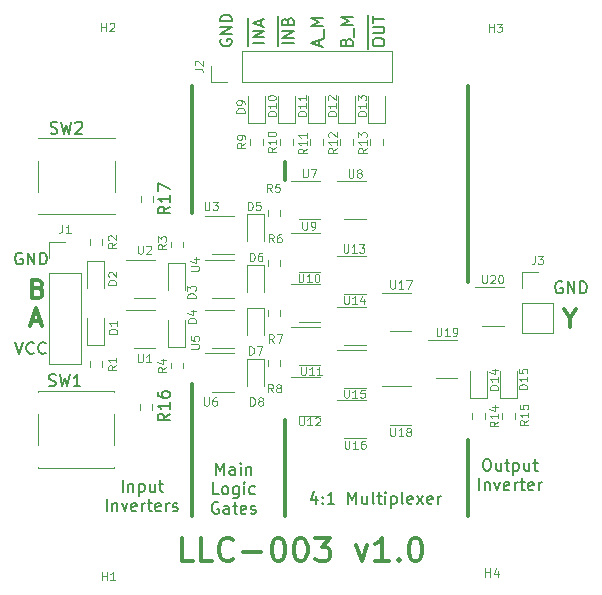
<source format=gbr>
%TF.GenerationSoftware,KiCad,Pcbnew,(5.1.9)-1*%
%TF.CreationDate,2021-04-27T12:28:50+01:00*%
%TF.ProjectId,LLC-003,4c4c432d-3030-4332-9e6b-696361645f70,1.0*%
%TF.SameCoordinates,Original*%
%TF.FileFunction,Legend,Top*%
%TF.FilePolarity,Positive*%
%FSLAX46Y46*%
G04 Gerber Fmt 4.6, Leading zero omitted, Abs format (unit mm)*
G04 Created by KiCad (PCBNEW (5.1.9)-1) date 2021-04-27 12:28:50*
%MOMM*%
%LPD*%
G01*
G04 APERTURE LIST*
%ADD10C,0.300000*%
%ADD11C,0.150000*%
%ADD12C,0.120000*%
%ADD13C,0.100000*%
G04 APERTURE END LIST*
D10*
X138643600Y-78097600D02*
X138643600Y-79621600D01*
X154137600Y-71646000D02*
X154137600Y-88308400D01*
X130718800Y-71646000D02*
X130718800Y-82466400D01*
D11*
X155618990Y-103242580D02*
X155809466Y-103242580D01*
X155904704Y-103290200D01*
X155999942Y-103385438D01*
X156047561Y-103575914D01*
X156047561Y-103909247D01*
X155999942Y-104099723D01*
X155904704Y-104194961D01*
X155809466Y-104242580D01*
X155618990Y-104242580D01*
X155523752Y-104194961D01*
X155428514Y-104099723D01*
X155380895Y-103909247D01*
X155380895Y-103575914D01*
X155428514Y-103385438D01*
X155523752Y-103290200D01*
X155618990Y-103242580D01*
X156904704Y-103575914D02*
X156904704Y-104242580D01*
X156476133Y-103575914D02*
X156476133Y-104099723D01*
X156523752Y-104194961D01*
X156618990Y-104242580D01*
X156761847Y-104242580D01*
X156857085Y-104194961D01*
X156904704Y-104147342D01*
X157238038Y-103575914D02*
X157618990Y-103575914D01*
X157380895Y-103242580D02*
X157380895Y-104099723D01*
X157428514Y-104194961D01*
X157523752Y-104242580D01*
X157618990Y-104242580D01*
X157952323Y-103575914D02*
X157952323Y-104575914D01*
X157952323Y-103623533D02*
X158047561Y-103575914D01*
X158238038Y-103575914D01*
X158333276Y-103623533D01*
X158380895Y-103671152D01*
X158428514Y-103766390D01*
X158428514Y-104052104D01*
X158380895Y-104147342D01*
X158333276Y-104194961D01*
X158238038Y-104242580D01*
X158047561Y-104242580D01*
X157952323Y-104194961D01*
X159285657Y-103575914D02*
X159285657Y-104242580D01*
X158857085Y-103575914D02*
X158857085Y-104099723D01*
X158904704Y-104194961D01*
X158999942Y-104242580D01*
X159142800Y-104242580D01*
X159238038Y-104194961D01*
X159285657Y-104147342D01*
X159618990Y-103575914D02*
X159999942Y-103575914D01*
X159761847Y-103242580D02*
X159761847Y-104099723D01*
X159809466Y-104194961D01*
X159904704Y-104242580D01*
X159999942Y-104242580D01*
X155047561Y-105892580D02*
X155047561Y-104892580D01*
X155523752Y-105225914D02*
X155523752Y-105892580D01*
X155523752Y-105321152D02*
X155571371Y-105273533D01*
X155666609Y-105225914D01*
X155809466Y-105225914D01*
X155904704Y-105273533D01*
X155952323Y-105368771D01*
X155952323Y-105892580D01*
X156333276Y-105225914D02*
X156571371Y-105892580D01*
X156809466Y-105225914D01*
X157571371Y-105844961D02*
X157476133Y-105892580D01*
X157285657Y-105892580D01*
X157190419Y-105844961D01*
X157142800Y-105749723D01*
X157142800Y-105368771D01*
X157190419Y-105273533D01*
X157285657Y-105225914D01*
X157476133Y-105225914D01*
X157571371Y-105273533D01*
X157618990Y-105368771D01*
X157618990Y-105464009D01*
X157142800Y-105559247D01*
X158047561Y-105892580D02*
X158047561Y-105225914D01*
X158047561Y-105416390D02*
X158095180Y-105321152D01*
X158142800Y-105273533D01*
X158238038Y-105225914D01*
X158333276Y-105225914D01*
X158523752Y-105225914D02*
X158904704Y-105225914D01*
X158666609Y-104892580D02*
X158666609Y-105749723D01*
X158714228Y-105844961D01*
X158809466Y-105892580D01*
X158904704Y-105892580D01*
X159618990Y-105844961D02*
X159523752Y-105892580D01*
X159333276Y-105892580D01*
X159238038Y-105844961D01*
X159190419Y-105749723D01*
X159190419Y-105368771D01*
X159238038Y-105273533D01*
X159333276Y-105225914D01*
X159523752Y-105225914D01*
X159618990Y-105273533D01*
X159666609Y-105368771D01*
X159666609Y-105464009D01*
X159190419Y-105559247D01*
X160095180Y-105892580D02*
X160095180Y-105225914D01*
X160095180Y-105416390D02*
X160142800Y-105321152D01*
X160190419Y-105273533D01*
X160285657Y-105225914D01*
X160380895Y-105225914D01*
X141263600Y-106382114D02*
X141263600Y-107048780D01*
X141025504Y-106001161D02*
X140787409Y-106715447D01*
X141406457Y-106715447D01*
X141787409Y-106953542D02*
X141835028Y-107001161D01*
X141787409Y-107048780D01*
X141739790Y-107001161D01*
X141787409Y-106953542D01*
X141787409Y-107048780D01*
X141787409Y-106429733D02*
X141835028Y-106477352D01*
X141787409Y-106524971D01*
X141739790Y-106477352D01*
X141787409Y-106429733D01*
X141787409Y-106524971D01*
X142787409Y-107048780D02*
X142215980Y-107048780D01*
X142501695Y-107048780D02*
X142501695Y-106048780D01*
X142406457Y-106191638D01*
X142311219Y-106286876D01*
X142215980Y-106334495D01*
X143977885Y-107048780D02*
X143977885Y-106048780D01*
X144311219Y-106763066D01*
X144644552Y-106048780D01*
X144644552Y-107048780D01*
X145549314Y-106382114D02*
X145549314Y-107048780D01*
X145120742Y-106382114D02*
X145120742Y-106905923D01*
X145168361Y-107001161D01*
X145263600Y-107048780D01*
X145406457Y-107048780D01*
X145501695Y-107001161D01*
X145549314Y-106953542D01*
X146168361Y-107048780D02*
X146073123Y-107001161D01*
X146025504Y-106905923D01*
X146025504Y-106048780D01*
X146406457Y-106382114D02*
X146787409Y-106382114D01*
X146549314Y-106048780D02*
X146549314Y-106905923D01*
X146596933Y-107001161D01*
X146692171Y-107048780D01*
X146787409Y-107048780D01*
X147120742Y-107048780D02*
X147120742Y-106382114D01*
X147120742Y-106048780D02*
X147073123Y-106096400D01*
X147120742Y-106144019D01*
X147168361Y-106096400D01*
X147120742Y-106048780D01*
X147120742Y-106144019D01*
X147596933Y-106382114D02*
X147596933Y-107382114D01*
X147596933Y-106429733D02*
X147692171Y-106382114D01*
X147882647Y-106382114D01*
X147977885Y-106429733D01*
X148025504Y-106477352D01*
X148073123Y-106572590D01*
X148073123Y-106858304D01*
X148025504Y-106953542D01*
X147977885Y-107001161D01*
X147882647Y-107048780D01*
X147692171Y-107048780D01*
X147596933Y-107001161D01*
X148644552Y-107048780D02*
X148549314Y-107001161D01*
X148501695Y-106905923D01*
X148501695Y-106048780D01*
X149406457Y-107001161D02*
X149311219Y-107048780D01*
X149120742Y-107048780D01*
X149025504Y-107001161D01*
X148977885Y-106905923D01*
X148977885Y-106524971D01*
X149025504Y-106429733D01*
X149120742Y-106382114D01*
X149311219Y-106382114D01*
X149406457Y-106429733D01*
X149454076Y-106524971D01*
X149454076Y-106620209D01*
X148977885Y-106715447D01*
X149787409Y-107048780D02*
X150311219Y-106382114D01*
X149787409Y-106382114D02*
X150311219Y-107048780D01*
X151073123Y-107001161D02*
X150977885Y-107048780D01*
X150787409Y-107048780D01*
X150692171Y-107001161D01*
X150644552Y-106905923D01*
X150644552Y-106524971D01*
X150692171Y-106429733D01*
X150787409Y-106382114D01*
X150977885Y-106382114D01*
X151073123Y-106429733D01*
X151120742Y-106524971D01*
X151120742Y-106620209D01*
X150644552Y-106715447D01*
X151549314Y-107048780D02*
X151549314Y-106382114D01*
X151549314Y-106572590D02*
X151596933Y-106477352D01*
X151644552Y-106429733D01*
X151739790Y-106382114D01*
X151835028Y-106382114D01*
X132798609Y-104585980D02*
X132798609Y-103585980D01*
X133131942Y-104300266D01*
X133465276Y-103585980D01*
X133465276Y-104585980D01*
X134370038Y-104585980D02*
X134370038Y-104062171D01*
X134322419Y-103966933D01*
X134227180Y-103919314D01*
X134036704Y-103919314D01*
X133941466Y-103966933D01*
X134370038Y-104538361D02*
X134274800Y-104585980D01*
X134036704Y-104585980D01*
X133941466Y-104538361D01*
X133893847Y-104443123D01*
X133893847Y-104347885D01*
X133941466Y-104252647D01*
X134036704Y-104205028D01*
X134274800Y-104205028D01*
X134370038Y-104157409D01*
X134846228Y-104585980D02*
X134846228Y-103919314D01*
X134846228Y-103585980D02*
X134798609Y-103633600D01*
X134846228Y-103681219D01*
X134893847Y-103633600D01*
X134846228Y-103585980D01*
X134846228Y-103681219D01*
X135322419Y-103919314D02*
X135322419Y-104585980D01*
X135322419Y-104014552D02*
X135370038Y-103966933D01*
X135465276Y-103919314D01*
X135608133Y-103919314D01*
X135703371Y-103966933D01*
X135750990Y-104062171D01*
X135750990Y-104585980D01*
X133012895Y-106235980D02*
X132536704Y-106235980D01*
X132536704Y-105235980D01*
X133489085Y-106235980D02*
X133393847Y-106188361D01*
X133346228Y-106140742D01*
X133298609Y-106045504D01*
X133298609Y-105759790D01*
X133346228Y-105664552D01*
X133393847Y-105616933D01*
X133489085Y-105569314D01*
X133631942Y-105569314D01*
X133727180Y-105616933D01*
X133774800Y-105664552D01*
X133822419Y-105759790D01*
X133822419Y-106045504D01*
X133774800Y-106140742D01*
X133727180Y-106188361D01*
X133631942Y-106235980D01*
X133489085Y-106235980D01*
X134679561Y-105569314D02*
X134679561Y-106378838D01*
X134631942Y-106474076D01*
X134584323Y-106521695D01*
X134489085Y-106569314D01*
X134346228Y-106569314D01*
X134250990Y-106521695D01*
X134679561Y-106188361D02*
X134584323Y-106235980D01*
X134393847Y-106235980D01*
X134298609Y-106188361D01*
X134250990Y-106140742D01*
X134203371Y-106045504D01*
X134203371Y-105759790D01*
X134250990Y-105664552D01*
X134298609Y-105616933D01*
X134393847Y-105569314D01*
X134584323Y-105569314D01*
X134679561Y-105616933D01*
X135155752Y-106235980D02*
X135155752Y-105569314D01*
X135155752Y-105235980D02*
X135108133Y-105283600D01*
X135155752Y-105331219D01*
X135203371Y-105283600D01*
X135155752Y-105235980D01*
X135155752Y-105331219D01*
X136060514Y-106188361D02*
X135965276Y-106235980D01*
X135774800Y-106235980D01*
X135679561Y-106188361D01*
X135631942Y-106140742D01*
X135584323Y-106045504D01*
X135584323Y-105759790D01*
X135631942Y-105664552D01*
X135679561Y-105616933D01*
X135774800Y-105569314D01*
X135965276Y-105569314D01*
X136060514Y-105616933D01*
X132965276Y-106933600D02*
X132870038Y-106885980D01*
X132727180Y-106885980D01*
X132584323Y-106933600D01*
X132489085Y-107028838D01*
X132441466Y-107124076D01*
X132393847Y-107314552D01*
X132393847Y-107457409D01*
X132441466Y-107647885D01*
X132489085Y-107743123D01*
X132584323Y-107838361D01*
X132727180Y-107885980D01*
X132822419Y-107885980D01*
X132965276Y-107838361D01*
X133012895Y-107790742D01*
X133012895Y-107457409D01*
X132822419Y-107457409D01*
X133870038Y-107885980D02*
X133870038Y-107362171D01*
X133822419Y-107266933D01*
X133727180Y-107219314D01*
X133536704Y-107219314D01*
X133441466Y-107266933D01*
X133870038Y-107838361D02*
X133774800Y-107885980D01*
X133536704Y-107885980D01*
X133441466Y-107838361D01*
X133393847Y-107743123D01*
X133393847Y-107647885D01*
X133441466Y-107552647D01*
X133536704Y-107505028D01*
X133774800Y-107505028D01*
X133870038Y-107457409D01*
X134203371Y-107219314D02*
X134584323Y-107219314D01*
X134346228Y-106885980D02*
X134346228Y-107743123D01*
X134393847Y-107838361D01*
X134489085Y-107885980D01*
X134584323Y-107885980D01*
X135298609Y-107838361D02*
X135203371Y-107885980D01*
X135012895Y-107885980D01*
X134917657Y-107838361D01*
X134870038Y-107743123D01*
X134870038Y-107362171D01*
X134917657Y-107266933D01*
X135012895Y-107219314D01*
X135203371Y-107219314D01*
X135298609Y-107266933D01*
X135346228Y-107362171D01*
X135346228Y-107457409D01*
X134870038Y-107552647D01*
X135727180Y-107838361D02*
X135822419Y-107885980D01*
X136012895Y-107885980D01*
X136108133Y-107838361D01*
X136155752Y-107743123D01*
X136155752Y-107695504D01*
X136108133Y-107600266D01*
X136012895Y-107552647D01*
X135870038Y-107552647D01*
X135774800Y-107505028D01*
X135727180Y-107409790D01*
X135727180Y-107362171D01*
X135774800Y-107266933D01*
X135870038Y-107219314D01*
X136012895Y-107219314D01*
X136108133Y-107266933D01*
X124859542Y-106020580D02*
X124859542Y-105020580D01*
X125335733Y-105353914D02*
X125335733Y-106020580D01*
X125335733Y-105449152D02*
X125383352Y-105401533D01*
X125478590Y-105353914D01*
X125621447Y-105353914D01*
X125716685Y-105401533D01*
X125764304Y-105496771D01*
X125764304Y-106020580D01*
X126240495Y-105353914D02*
X126240495Y-106353914D01*
X126240495Y-105401533D02*
X126335733Y-105353914D01*
X126526209Y-105353914D01*
X126621447Y-105401533D01*
X126669066Y-105449152D01*
X126716685Y-105544390D01*
X126716685Y-105830104D01*
X126669066Y-105925342D01*
X126621447Y-105972961D01*
X126526209Y-106020580D01*
X126335733Y-106020580D01*
X126240495Y-105972961D01*
X127573828Y-105353914D02*
X127573828Y-106020580D01*
X127145257Y-105353914D02*
X127145257Y-105877723D01*
X127192876Y-105972961D01*
X127288114Y-106020580D01*
X127430971Y-106020580D01*
X127526209Y-105972961D01*
X127573828Y-105925342D01*
X127907161Y-105353914D02*
X128288114Y-105353914D01*
X128050019Y-105020580D02*
X128050019Y-105877723D01*
X128097638Y-105972961D01*
X128192876Y-106020580D01*
X128288114Y-106020580D01*
X123502400Y-107670580D02*
X123502400Y-106670580D01*
X123978590Y-107003914D02*
X123978590Y-107670580D01*
X123978590Y-107099152D02*
X124026209Y-107051533D01*
X124121447Y-107003914D01*
X124264304Y-107003914D01*
X124359542Y-107051533D01*
X124407161Y-107146771D01*
X124407161Y-107670580D01*
X124788114Y-107003914D02*
X125026209Y-107670580D01*
X125264304Y-107003914D01*
X126026209Y-107622961D02*
X125930971Y-107670580D01*
X125740495Y-107670580D01*
X125645257Y-107622961D01*
X125597638Y-107527723D01*
X125597638Y-107146771D01*
X125645257Y-107051533D01*
X125740495Y-107003914D01*
X125930971Y-107003914D01*
X126026209Y-107051533D01*
X126073828Y-107146771D01*
X126073828Y-107242009D01*
X125597638Y-107337247D01*
X126502400Y-107670580D02*
X126502400Y-107003914D01*
X126502400Y-107194390D02*
X126550019Y-107099152D01*
X126597638Y-107051533D01*
X126692876Y-107003914D01*
X126788114Y-107003914D01*
X126978590Y-107003914D02*
X127359542Y-107003914D01*
X127121447Y-106670580D02*
X127121447Y-107527723D01*
X127169066Y-107622961D01*
X127264304Y-107670580D01*
X127359542Y-107670580D01*
X128073828Y-107622961D02*
X127978590Y-107670580D01*
X127788114Y-107670580D01*
X127692876Y-107622961D01*
X127645257Y-107527723D01*
X127645257Y-107146771D01*
X127692876Y-107051533D01*
X127788114Y-107003914D01*
X127978590Y-107003914D01*
X128073828Y-107051533D01*
X128121447Y-107146771D01*
X128121447Y-107242009D01*
X127645257Y-107337247D01*
X128550019Y-107670580D02*
X128550019Y-107003914D01*
X128550019Y-107194390D02*
X128597638Y-107099152D01*
X128645257Y-107051533D01*
X128740495Y-107003914D01*
X128835733Y-107003914D01*
X129121447Y-107622961D02*
X129216685Y-107670580D01*
X129407161Y-107670580D01*
X129502400Y-107622961D01*
X129550019Y-107527723D01*
X129550019Y-107480104D01*
X129502400Y-107384866D01*
X129407161Y-107337247D01*
X129264304Y-107337247D01*
X129169066Y-107289628D01*
X129121447Y-107194390D01*
X129121447Y-107146771D01*
X129169066Y-107051533D01*
X129264304Y-107003914D01*
X129407161Y-107003914D01*
X129502400Y-107051533D01*
D10*
X154137600Y-101618000D02*
X154137600Y-108120400D01*
X138643600Y-99992400D02*
X138643600Y-108120400D01*
X130718800Y-96893600D02*
X130718800Y-108120400D01*
D11*
X145653400Y-68502571D02*
X145653400Y-67454952D01*
X146020780Y-68074000D02*
X146020780Y-67883523D01*
X146068400Y-67788285D01*
X146163638Y-67693047D01*
X146354114Y-67645428D01*
X146687447Y-67645428D01*
X146877923Y-67693047D01*
X146973161Y-67788285D01*
X147020780Y-67883523D01*
X147020780Y-68074000D01*
X146973161Y-68169238D01*
X146877923Y-68264476D01*
X146687447Y-68312095D01*
X146354114Y-68312095D01*
X146163638Y-68264476D01*
X146068400Y-68169238D01*
X146020780Y-68074000D01*
X145653400Y-67454952D02*
X145653400Y-66407333D01*
X146020780Y-67216857D02*
X146830304Y-67216857D01*
X146925542Y-67169238D01*
X146973161Y-67121619D01*
X147020780Y-67026380D01*
X147020780Y-66835904D01*
X146973161Y-66740666D01*
X146925542Y-66693047D01*
X146830304Y-66645428D01*
X146020780Y-66645428D01*
X145653400Y-66407333D02*
X145653400Y-65645428D01*
X146020780Y-66312095D02*
X146020780Y-65740666D01*
X147020780Y-66026380D02*
X146020780Y-66026380D01*
X143804571Y-67954952D02*
X143852190Y-67812095D01*
X143899809Y-67764476D01*
X143995047Y-67716857D01*
X144137904Y-67716857D01*
X144233142Y-67764476D01*
X144280761Y-67812095D01*
X144328380Y-67907333D01*
X144328380Y-68288285D01*
X143328380Y-68288285D01*
X143328380Y-67954952D01*
X143376000Y-67859714D01*
X143423619Y-67812095D01*
X143518857Y-67764476D01*
X143614095Y-67764476D01*
X143709333Y-67812095D01*
X143756952Y-67859714D01*
X143804571Y-67954952D01*
X143804571Y-68288285D01*
X144423619Y-67526380D02*
X144423619Y-66764476D01*
X144328380Y-66526380D02*
X143328380Y-66526380D01*
X144042666Y-66193047D01*
X143328380Y-65859714D01*
X144328380Y-65859714D01*
X141502666Y-68264476D02*
X141502666Y-67788285D01*
X141788380Y-68359714D02*
X140788380Y-68026380D01*
X141788380Y-67693047D01*
X141883619Y-67597809D02*
X141883619Y-66835904D01*
X141788380Y-66597809D02*
X140788380Y-66597809D01*
X141502666Y-66264476D01*
X140788380Y-65931142D01*
X141788380Y-65931142D01*
X137982600Y-68285104D02*
X137982600Y-67808914D01*
X139349980Y-68047009D02*
X138349980Y-68047009D01*
X137982600Y-67808914D02*
X137982600Y-66761295D01*
X139349980Y-67570819D02*
X138349980Y-67570819D01*
X139349980Y-66999390D01*
X138349980Y-66999390D01*
X137982600Y-66761295D02*
X137982600Y-65761295D01*
X138826171Y-66189866D02*
X138873790Y-66047009D01*
X138921409Y-65999390D01*
X139016647Y-65951771D01*
X139159504Y-65951771D01*
X139254742Y-65999390D01*
X139302361Y-66047009D01*
X139349980Y-66142247D01*
X139349980Y-66523200D01*
X138349980Y-66523200D01*
X138349980Y-66189866D01*
X138397600Y-66094628D01*
X138445219Y-66047009D01*
X138540457Y-65999390D01*
X138635695Y-65999390D01*
X138730933Y-66047009D01*
X138778552Y-66094628D01*
X138826171Y-66189866D01*
X138826171Y-66523200D01*
X135493400Y-68264476D02*
X135493400Y-67788285D01*
X136860780Y-68026380D02*
X135860780Y-68026380D01*
X135493400Y-67788285D02*
X135493400Y-66740666D01*
X136860780Y-67550190D02*
X135860780Y-67550190D01*
X136860780Y-66978761D01*
X135860780Y-66978761D01*
X135493400Y-66740666D02*
X135493400Y-65883523D01*
X136575066Y-66550190D02*
X136575066Y-66074000D01*
X136860780Y-66645428D02*
X135860780Y-66312095D01*
X136860780Y-65978761D01*
X133165200Y-67734304D02*
X133117580Y-67829542D01*
X133117580Y-67972400D01*
X133165200Y-68115257D01*
X133260438Y-68210495D01*
X133355676Y-68258114D01*
X133546152Y-68305733D01*
X133689009Y-68305733D01*
X133879485Y-68258114D01*
X133974723Y-68210495D01*
X134069961Y-68115257D01*
X134117580Y-67972400D01*
X134117580Y-67877161D01*
X134069961Y-67734304D01*
X134022342Y-67686685D01*
X133689009Y-67686685D01*
X133689009Y-67877161D01*
X134117580Y-67258114D02*
X133117580Y-67258114D01*
X134117580Y-66686685D01*
X133117580Y-66686685D01*
X134117580Y-66210495D02*
X133117580Y-66210495D01*
X133117580Y-65972400D01*
X133165200Y-65829542D01*
X133260438Y-65734304D01*
X133355676Y-65686685D01*
X133546152Y-65639066D01*
X133689009Y-65639066D01*
X133879485Y-65686685D01*
X133974723Y-65734304D01*
X134069961Y-65829542D01*
X134117580Y-65972400D01*
X134117580Y-66210495D01*
D10*
X162722800Y-91320685D02*
X162722800Y-92034971D01*
X162222800Y-90534971D02*
X162722800Y-91320685D01*
X163222800Y-90534971D01*
D11*
X162062495Y-88265600D02*
X161967257Y-88217980D01*
X161824400Y-88217980D01*
X161681542Y-88265600D01*
X161586304Y-88360838D01*
X161538685Y-88456076D01*
X161491066Y-88646552D01*
X161491066Y-88789409D01*
X161538685Y-88979885D01*
X161586304Y-89075123D01*
X161681542Y-89170361D01*
X161824400Y-89217980D01*
X161919638Y-89217980D01*
X162062495Y-89170361D01*
X162110114Y-89122742D01*
X162110114Y-88789409D01*
X161919638Y-88789409D01*
X162538685Y-89217980D02*
X162538685Y-88217980D01*
X163110114Y-89217980D01*
X163110114Y-88217980D01*
X163586304Y-89217980D02*
X163586304Y-88217980D01*
X163824400Y-88217980D01*
X163967257Y-88265600D01*
X164062495Y-88360838D01*
X164110114Y-88456076D01*
X164157733Y-88646552D01*
X164157733Y-88789409D01*
X164110114Y-88979885D01*
X164062495Y-89075123D01*
X163967257Y-89170361D01*
X163824400Y-89217980D01*
X163586304Y-89217980D01*
X115771066Y-93348780D02*
X116104400Y-94348780D01*
X116437733Y-93348780D01*
X117342495Y-94253542D02*
X117294876Y-94301161D01*
X117152019Y-94348780D01*
X117056780Y-94348780D01*
X116913923Y-94301161D01*
X116818685Y-94205923D01*
X116771066Y-94110685D01*
X116723447Y-93920209D01*
X116723447Y-93777352D01*
X116771066Y-93586876D01*
X116818685Y-93491638D01*
X116913923Y-93396400D01*
X117056780Y-93348780D01*
X117152019Y-93348780D01*
X117294876Y-93396400D01*
X117342495Y-93444019D01*
X118342495Y-94253542D02*
X118294876Y-94301161D01*
X118152019Y-94348780D01*
X118056780Y-94348780D01*
X117913923Y-94301161D01*
X117818685Y-94205923D01*
X117771066Y-94110685D01*
X117723447Y-93920209D01*
X117723447Y-93777352D01*
X117771066Y-93586876D01*
X117818685Y-93491638D01*
X117913923Y-93396400D01*
X118056780Y-93348780D01*
X118152019Y-93348780D01*
X118294876Y-93396400D01*
X118342495Y-93444019D01*
X116342495Y-85827200D02*
X116247257Y-85779580D01*
X116104400Y-85779580D01*
X115961542Y-85827200D01*
X115866304Y-85922438D01*
X115818685Y-86017676D01*
X115771066Y-86208152D01*
X115771066Y-86351009D01*
X115818685Y-86541485D01*
X115866304Y-86636723D01*
X115961542Y-86731961D01*
X116104400Y-86779580D01*
X116199638Y-86779580D01*
X116342495Y-86731961D01*
X116390114Y-86684342D01*
X116390114Y-86351009D01*
X116199638Y-86351009D01*
X116818685Y-86779580D02*
X116818685Y-85779580D01*
X117390114Y-86779580D01*
X117390114Y-85779580D01*
X117866304Y-86779580D02*
X117866304Y-85779580D01*
X118104400Y-85779580D01*
X118247257Y-85827200D01*
X118342495Y-85922438D01*
X118390114Y-86017676D01*
X118437733Y-86208152D01*
X118437733Y-86351009D01*
X118390114Y-86541485D01*
X118342495Y-86636723D01*
X118247257Y-86731961D01*
X118104400Y-86779580D01*
X117866304Y-86779580D01*
D10*
X117719542Y-88810857D02*
X117933828Y-88882285D01*
X118005257Y-88953714D01*
X118076685Y-89096571D01*
X118076685Y-89310857D01*
X118005257Y-89453714D01*
X117933828Y-89525142D01*
X117790971Y-89596571D01*
X117219542Y-89596571D01*
X117219542Y-88096571D01*
X117719542Y-88096571D01*
X117862400Y-88168000D01*
X117933828Y-88239428D01*
X118005257Y-88382285D01*
X118005257Y-88525142D01*
X117933828Y-88668000D01*
X117862400Y-88739428D01*
X117719542Y-88810857D01*
X117219542Y-88810857D01*
X117204457Y-91555600D02*
X117918742Y-91555600D01*
X117061600Y-91984171D02*
X117561600Y-90484171D01*
X118061600Y-91984171D01*
X130809523Y-111904761D02*
X129857142Y-111904761D01*
X129857142Y-109904761D01*
X132428571Y-111904761D02*
X131476190Y-111904761D01*
X131476190Y-109904761D01*
X134238095Y-111714285D02*
X134142857Y-111809523D01*
X133857142Y-111904761D01*
X133666666Y-111904761D01*
X133380952Y-111809523D01*
X133190476Y-111619047D01*
X133095238Y-111428571D01*
X133000000Y-111047619D01*
X133000000Y-110761904D01*
X133095238Y-110380952D01*
X133190476Y-110190476D01*
X133380952Y-110000000D01*
X133666666Y-109904761D01*
X133857142Y-109904761D01*
X134142857Y-110000000D01*
X134238095Y-110095238D01*
X135095238Y-111142857D02*
X136619047Y-111142857D01*
X137952380Y-109904761D02*
X138142857Y-109904761D01*
X138333333Y-110000000D01*
X138428571Y-110095238D01*
X138523809Y-110285714D01*
X138619047Y-110666666D01*
X138619047Y-111142857D01*
X138523809Y-111523809D01*
X138428571Y-111714285D01*
X138333333Y-111809523D01*
X138142857Y-111904761D01*
X137952380Y-111904761D01*
X137761904Y-111809523D01*
X137666666Y-111714285D01*
X137571428Y-111523809D01*
X137476190Y-111142857D01*
X137476190Y-110666666D01*
X137571428Y-110285714D01*
X137666666Y-110095238D01*
X137761904Y-110000000D01*
X137952380Y-109904761D01*
X139857142Y-109904761D02*
X140047619Y-109904761D01*
X140238095Y-110000000D01*
X140333333Y-110095238D01*
X140428571Y-110285714D01*
X140523809Y-110666666D01*
X140523809Y-111142857D01*
X140428571Y-111523809D01*
X140333333Y-111714285D01*
X140238095Y-111809523D01*
X140047619Y-111904761D01*
X139857142Y-111904761D01*
X139666666Y-111809523D01*
X139571428Y-111714285D01*
X139476190Y-111523809D01*
X139380952Y-111142857D01*
X139380952Y-110666666D01*
X139476190Y-110285714D01*
X139571428Y-110095238D01*
X139666666Y-110000000D01*
X139857142Y-109904761D01*
X141190476Y-109904761D02*
X142428571Y-109904761D01*
X141761904Y-110666666D01*
X142047619Y-110666666D01*
X142238095Y-110761904D01*
X142333333Y-110857142D01*
X142428571Y-111047619D01*
X142428571Y-111523809D01*
X142333333Y-111714285D01*
X142238095Y-111809523D01*
X142047619Y-111904761D01*
X141476190Y-111904761D01*
X141285714Y-111809523D01*
X141190476Y-111714285D01*
X144619047Y-110571428D02*
X145095238Y-111904761D01*
X145571428Y-110571428D01*
X147380952Y-111904761D02*
X146238095Y-111904761D01*
X146809523Y-111904761D02*
X146809523Y-109904761D01*
X146619047Y-110190476D01*
X146428571Y-110380952D01*
X146238095Y-110476190D01*
X148238095Y-111714285D02*
X148333333Y-111809523D01*
X148238095Y-111904761D01*
X148142857Y-111809523D01*
X148238095Y-111714285D01*
X148238095Y-111904761D01*
X149571428Y-109904761D02*
X149761904Y-109904761D01*
X149952380Y-110000000D01*
X150047619Y-110095238D01*
X150142857Y-110285714D01*
X150238095Y-110666666D01*
X150238095Y-111142857D01*
X150142857Y-111523809D01*
X150047619Y-111714285D01*
X149952380Y-111809523D01*
X149761904Y-111904761D01*
X149571428Y-111904761D01*
X149380952Y-111809523D01*
X149285714Y-111714285D01*
X149190476Y-111523809D01*
X149095238Y-111142857D01*
X149095238Y-110666666D01*
X149190476Y-110285714D01*
X149285714Y-110095238D01*
X149380952Y-110000000D01*
X149571428Y-109904761D01*
D12*
%TO.C,SW2*%
X117735200Y-82546800D02*
X117735200Y-82516800D01*
X117735200Y-76086800D02*
X117735200Y-76116800D01*
X124195200Y-76086800D02*
X124195200Y-76116800D01*
X124195200Y-82516800D02*
X124195200Y-82546800D01*
X117735200Y-80616800D02*
X117735200Y-78016800D01*
X124195200Y-82546800D02*
X117735200Y-82546800D01*
X124195200Y-80616800D02*
X124195200Y-78016800D01*
X124195200Y-76086800D02*
X117735200Y-76086800D01*
%TO.C,SW1*%
X124144400Y-97524400D02*
X124144400Y-97554400D01*
X124144400Y-103984400D02*
X124144400Y-103954400D01*
X117684400Y-103984400D02*
X117684400Y-103954400D01*
X117684400Y-97554400D02*
X117684400Y-97524400D01*
X124144400Y-99454400D02*
X124144400Y-102054400D01*
X117684400Y-97524400D02*
X124144400Y-97524400D01*
X117684400Y-99454400D02*
X117684400Y-102054400D01*
X117684400Y-103984400D02*
X124144400Y-103984400D01*
%TO.C,R17*%
X126386300Y-81472258D02*
X126386300Y-80997742D01*
X127431300Y-81472258D02*
X127431300Y-80997742D01*
%TO.C,R16*%
X127380500Y-98598942D02*
X127380500Y-99073458D01*
X126335500Y-98598942D02*
X126335500Y-99073458D01*
%TO.C,U20*%
X157120400Y-88730400D02*
X154670400Y-88730400D01*
X155320400Y-91950400D02*
X157120400Y-91950400D01*
%TO.C,U19*%
X153158000Y-93200800D02*
X150708000Y-93200800D01*
X151358000Y-96420800D02*
X153158000Y-96420800D01*
%TO.C,U18*%
X149297200Y-97112400D02*
X146847200Y-97112400D01*
X147497200Y-100332400D02*
X149297200Y-100332400D01*
%TO.C,U17*%
X149297200Y-89187600D02*
X146847200Y-89187600D01*
X147497200Y-92407600D02*
X149297200Y-92407600D01*
%TO.C,U16*%
X145436400Y-98280800D02*
X142986400Y-98280800D01*
X143636400Y-101500800D02*
X145436400Y-101500800D01*
%TO.C,U15*%
X145436400Y-94013600D02*
X142986400Y-94013600D01*
X143636400Y-97233600D02*
X145436400Y-97233600D01*
%TO.C,U14*%
X145436400Y-90356000D02*
X142986400Y-90356000D01*
X143636400Y-93576000D02*
X145436400Y-93576000D01*
%TO.C,U13*%
X145436400Y-86088800D02*
X142986400Y-86088800D01*
X143636400Y-89308800D02*
X145436400Y-89308800D01*
%TO.C,U12*%
X141575600Y-96350400D02*
X139125600Y-96350400D01*
X139775600Y-99570400D02*
X141575600Y-99570400D01*
%TO.C,U11*%
X141575600Y-92083200D02*
X139125600Y-92083200D01*
X139775600Y-95303200D02*
X141575600Y-95303200D01*
%TO.C,U10*%
X141575600Y-88425600D02*
X139125600Y-88425600D01*
X139775600Y-91645600D02*
X141575600Y-91645600D01*
%TO.C,U9*%
X141575600Y-84158400D02*
X139125600Y-84158400D01*
X139775600Y-87378400D02*
X141575600Y-87378400D01*
%TO.C,U8*%
X145436400Y-79738800D02*
X142986400Y-79738800D01*
X143636400Y-82958800D02*
X145436400Y-82958800D01*
%TO.C,U7*%
X141558000Y-79738800D02*
X139108000Y-79738800D01*
X139758000Y-82958800D02*
X141558000Y-82958800D01*
%TO.C,U6*%
X134260400Y-94318400D02*
X131810400Y-94318400D01*
X132460400Y-97538400D02*
X134260400Y-97538400D01*
%TO.C,U5*%
X134260400Y-90610000D02*
X131810400Y-90610000D01*
X132460400Y-93830000D02*
X134260400Y-93830000D01*
%TO.C,U4*%
X134260400Y-86393600D02*
X131810400Y-86393600D01*
X132460400Y-89613600D02*
X134260400Y-89613600D01*
%TO.C,U3*%
X134260400Y-82700400D02*
X131810400Y-82700400D01*
X132460400Y-85920400D02*
X134260400Y-85920400D01*
%TO.C,U2*%
X127605600Y-86393600D02*
X125155600Y-86393600D01*
X125805600Y-89613600D02*
X127605600Y-89613600D01*
%TO.C,U1*%
X127605600Y-90610000D02*
X125155600Y-90610000D01*
X125805600Y-93830000D02*
X127605600Y-93830000D01*
%TO.C,R15*%
X157018700Y-99360942D02*
X157018700Y-99835458D01*
X158063700Y-99360942D02*
X158063700Y-99835458D01*
%TO.C,R14*%
X154478700Y-99360942D02*
X154478700Y-99835458D01*
X155523700Y-99360942D02*
X155523700Y-99835458D01*
%TO.C,R13*%
X145842700Y-76183942D02*
X145842700Y-76658458D01*
X146887700Y-76183942D02*
X146887700Y-76658458D01*
%TO.C,R12*%
X143302700Y-76183942D02*
X143302700Y-76658458D01*
X144347700Y-76183942D02*
X144347700Y-76658458D01*
%TO.C,R11*%
X140762700Y-76183942D02*
X140762700Y-76658458D01*
X141807700Y-76183942D02*
X141807700Y-76658458D01*
%TO.C,R10*%
X138222700Y-76183942D02*
X138222700Y-76658458D01*
X139267700Y-76183942D02*
X139267700Y-76658458D01*
%TO.C,R9*%
X135682700Y-76183942D02*
X135682700Y-76658458D01*
X136727700Y-76183942D02*
X136727700Y-76658458D01*
%TO.C,R8*%
X138200900Y-95365058D02*
X138200900Y-94890542D01*
X137155900Y-95365058D02*
X137155900Y-94890542D01*
%TO.C,R7*%
X138200900Y-91124258D02*
X138200900Y-90649742D01*
X137155900Y-91124258D02*
X137155900Y-90649742D01*
%TO.C,R6*%
X138200900Y-86907858D02*
X138200900Y-86433342D01*
X137155900Y-86907858D02*
X137155900Y-86433342D01*
%TO.C,R5*%
X138200900Y-82640658D02*
X138200900Y-82166142D01*
X137155900Y-82640658D02*
X137155900Y-82166142D01*
%TO.C,R4*%
X128926300Y-95093742D02*
X128926300Y-95568258D01*
X129971300Y-95093742D02*
X129971300Y-95568258D01*
%TO.C,R3*%
X129971300Y-85333058D02*
X129971300Y-84858542D01*
X128926300Y-85333058D02*
X128926300Y-84858542D01*
%TO.C,R2*%
X123113300Y-85129858D02*
X123113300Y-84655342D01*
X122068300Y-85129858D02*
X122068300Y-84655342D01*
%TO.C,R1*%
X122068300Y-94979942D02*
X122068300Y-95454458D01*
X123113300Y-94979942D02*
X123113300Y-95454458D01*
%TO.C,J3*%
X158670000Y-87420000D02*
X160000000Y-87420000D01*
X158670000Y-88750000D02*
X158670000Y-87420000D01*
X158670000Y-90020000D02*
X161330000Y-90020000D01*
X161330000Y-90020000D02*
X161330000Y-92620000D01*
X158670000Y-90020000D02*
X158670000Y-92620000D01*
X158670000Y-92620000D02*
X161330000Y-92620000D01*
%TO.C,J2*%
X132335200Y-71330000D02*
X132335200Y-70000000D01*
X133665200Y-71330000D02*
X132335200Y-71330000D01*
X134935200Y-71330000D02*
X134935200Y-68670000D01*
X134935200Y-68670000D02*
X147695200Y-68670000D01*
X134935200Y-71330000D02*
X147695200Y-71330000D01*
X147695200Y-71330000D02*
X147695200Y-68670000D01*
%TO.C,J1*%
X118670000Y-84920000D02*
X120000000Y-84920000D01*
X118670000Y-86250000D02*
X118670000Y-84920000D01*
X118670000Y-87520000D02*
X121330000Y-87520000D01*
X121330000Y-87520000D02*
X121330000Y-95200000D01*
X118670000Y-87520000D02*
X118670000Y-95200000D01*
X118670000Y-95200000D02*
X121330000Y-95200000D01*
%TO.C,D15*%
X158276200Y-98073800D02*
X158276200Y-95788800D01*
X156806200Y-98073800D02*
X158276200Y-98073800D01*
X156806200Y-95788800D02*
X156806200Y-98073800D01*
%TO.C,D14*%
X155736200Y-98073800D02*
X155736200Y-95788800D01*
X154266200Y-98073800D02*
X155736200Y-98073800D01*
X154266200Y-95788800D02*
X154266200Y-98073800D01*
%TO.C,D13*%
X147100200Y-74832700D02*
X147100200Y-72547700D01*
X145630200Y-74832700D02*
X147100200Y-74832700D01*
X145630200Y-72547700D02*
X145630200Y-74832700D01*
%TO.C,D12*%
X144560200Y-74832900D02*
X144560200Y-72547900D01*
X143090200Y-74832900D02*
X144560200Y-74832900D01*
X143090200Y-72547900D02*
X143090200Y-74832900D01*
%TO.C,D11*%
X142020200Y-74832900D02*
X142020200Y-72547900D01*
X140550200Y-74832900D02*
X142020200Y-74832900D01*
X140550200Y-72547900D02*
X140550200Y-74832900D01*
%TO.C,D10*%
X139480200Y-74832700D02*
X139480200Y-72547700D01*
X138010200Y-74832700D02*
X139480200Y-74832700D01*
X138010200Y-72547700D02*
X138010200Y-74832700D01*
%TO.C,D9*%
X136940200Y-74832900D02*
X136940200Y-72547900D01*
X135470200Y-74832900D02*
X136940200Y-74832900D01*
X135470200Y-72547900D02*
X135470200Y-74832900D01*
%TO.C,D8*%
X135368600Y-94748200D02*
X135368600Y-97033200D01*
X136838600Y-94748200D02*
X135368600Y-94748200D01*
X136838600Y-97033200D02*
X136838600Y-94748200D01*
%TO.C,D7*%
X135368600Y-90455500D02*
X135368600Y-92740500D01*
X136838600Y-90455500D02*
X135368600Y-90455500D01*
X136838600Y-92740500D02*
X136838600Y-90455500D01*
%TO.C,D6*%
X135368600Y-86823400D02*
X135368600Y-89108400D01*
X136838600Y-86823400D02*
X135368600Y-86823400D01*
X136838600Y-89108400D02*
X136838600Y-86823400D01*
%TO.C,D5*%
X135368600Y-82530700D02*
X135368600Y-84815700D01*
X136838600Y-82530700D02*
X135368600Y-82530700D01*
X136838600Y-84815700D02*
X136838600Y-82530700D01*
%TO.C,D4*%
X130183800Y-93730300D02*
X130183800Y-91445300D01*
X128713800Y-93730300D02*
X130183800Y-93730300D01*
X128713800Y-91445300D02*
X128713800Y-93730300D01*
%TO.C,D3*%
X128713800Y-86696500D02*
X128713800Y-88981500D01*
X130183800Y-86696500D02*
X128713800Y-86696500D01*
X130183800Y-88981500D02*
X130183800Y-86696500D01*
%TO.C,D2*%
X121855800Y-86493300D02*
X121855800Y-88778300D01*
X123325800Y-86493300D02*
X121855800Y-86493300D01*
X123325800Y-88778300D02*
X123325800Y-86493300D01*
%TO.C,D1*%
X123325800Y-93628900D02*
X123325800Y-91343900D01*
X121855800Y-93628900D02*
X123325800Y-93628900D01*
X121855800Y-91343900D02*
X121855800Y-93628900D01*
%TO.C,SW2*%
D11*
X118768266Y-75657561D02*
X118911123Y-75705180D01*
X119149219Y-75705180D01*
X119244457Y-75657561D01*
X119292076Y-75609942D01*
X119339695Y-75514704D01*
X119339695Y-75419466D01*
X119292076Y-75324228D01*
X119244457Y-75276609D01*
X119149219Y-75228990D01*
X118958742Y-75181371D01*
X118863504Y-75133752D01*
X118815885Y-75086133D01*
X118768266Y-74990895D01*
X118768266Y-74895657D01*
X118815885Y-74800419D01*
X118863504Y-74752800D01*
X118958742Y-74705180D01*
X119196838Y-74705180D01*
X119339695Y-74752800D01*
X119673028Y-74705180D02*
X119911123Y-75705180D01*
X120101600Y-74990895D01*
X120292076Y-75705180D01*
X120530171Y-74705180D01*
X120863504Y-74800419D02*
X120911123Y-74752800D01*
X121006361Y-74705180D01*
X121244457Y-74705180D01*
X121339695Y-74752800D01*
X121387314Y-74800419D01*
X121434933Y-74895657D01*
X121434933Y-74990895D01*
X121387314Y-75133752D01*
X120815885Y-75705180D01*
X121434933Y-75705180D01*
%TO.C,SW1*%
X118615866Y-97044361D02*
X118758723Y-97091980D01*
X118996819Y-97091980D01*
X119092057Y-97044361D01*
X119139676Y-96996742D01*
X119187295Y-96901504D01*
X119187295Y-96806266D01*
X119139676Y-96711028D01*
X119092057Y-96663409D01*
X118996819Y-96615790D01*
X118806342Y-96568171D01*
X118711104Y-96520552D01*
X118663485Y-96472933D01*
X118615866Y-96377695D01*
X118615866Y-96282457D01*
X118663485Y-96187219D01*
X118711104Y-96139600D01*
X118806342Y-96091980D01*
X119044438Y-96091980D01*
X119187295Y-96139600D01*
X119520628Y-96091980D02*
X119758723Y-97091980D01*
X119949200Y-96377695D01*
X120139676Y-97091980D01*
X120377771Y-96091980D01*
X121282533Y-97091980D02*
X120711104Y-97091980D01*
X120996819Y-97091980D02*
X120996819Y-96091980D01*
X120901580Y-96234838D01*
X120806342Y-96330076D01*
X120711104Y-96377695D01*
%TO.C,R17*%
X128885180Y-81877857D02*
X128408990Y-82211190D01*
X128885180Y-82449285D02*
X127885180Y-82449285D01*
X127885180Y-82068333D01*
X127932800Y-81973095D01*
X127980419Y-81925476D01*
X128075657Y-81877857D01*
X128218514Y-81877857D01*
X128313752Y-81925476D01*
X128361371Y-81973095D01*
X128408990Y-82068333D01*
X128408990Y-82449285D01*
X128885180Y-80925476D02*
X128885180Y-81496904D01*
X128885180Y-81211190D02*
X127885180Y-81211190D01*
X128028038Y-81306428D01*
X128123276Y-81401666D01*
X128170895Y-81496904D01*
X127885180Y-80592142D02*
X127885180Y-79925476D01*
X128885180Y-80354047D01*
%TO.C,R16*%
X128834380Y-99416057D02*
X128358190Y-99749390D01*
X128834380Y-99987485D02*
X127834380Y-99987485D01*
X127834380Y-99606533D01*
X127882000Y-99511295D01*
X127929619Y-99463676D01*
X128024857Y-99416057D01*
X128167714Y-99416057D01*
X128262952Y-99463676D01*
X128310571Y-99511295D01*
X128358190Y-99606533D01*
X128358190Y-99987485D01*
X128834380Y-98463676D02*
X128834380Y-99035104D01*
X128834380Y-98749390D02*
X127834380Y-98749390D01*
X127977238Y-98844628D01*
X128072476Y-98939866D01*
X128120095Y-99035104D01*
X127834380Y-97606533D02*
X127834380Y-97797009D01*
X127882000Y-97892247D01*
X127929619Y-97939866D01*
X128072476Y-98035104D01*
X128262952Y-98082723D01*
X128643904Y-98082723D01*
X128739142Y-98035104D01*
X128786761Y-97987485D01*
X128834380Y-97892247D01*
X128834380Y-97701771D01*
X128786761Y-97606533D01*
X128739142Y-97558914D01*
X128643904Y-97511295D01*
X128405809Y-97511295D01*
X128310571Y-97558914D01*
X128262952Y-97606533D01*
X128215333Y-97701771D01*
X128215333Y-97892247D01*
X128262952Y-97987485D01*
X128310571Y-98035104D01*
X128405809Y-98082723D01*
%TO.C,U20*%
D13*
X155302933Y-87671066D02*
X155302933Y-88237733D01*
X155336266Y-88304400D01*
X155369600Y-88337733D01*
X155436266Y-88371066D01*
X155569600Y-88371066D01*
X155636266Y-88337733D01*
X155669600Y-88304400D01*
X155702933Y-88237733D01*
X155702933Y-87671066D01*
X156002933Y-87737733D02*
X156036266Y-87704400D01*
X156102933Y-87671066D01*
X156269600Y-87671066D01*
X156336266Y-87704400D01*
X156369600Y-87737733D01*
X156402933Y-87804400D01*
X156402933Y-87871066D01*
X156369600Y-87971066D01*
X155969600Y-88371066D01*
X156402933Y-88371066D01*
X156836266Y-87671066D02*
X156902933Y-87671066D01*
X156969600Y-87704400D01*
X157002933Y-87737733D01*
X157036266Y-87804400D01*
X157069600Y-87937733D01*
X157069600Y-88104400D01*
X157036266Y-88237733D01*
X157002933Y-88304400D01*
X156969600Y-88337733D01*
X156902933Y-88371066D01*
X156836266Y-88371066D01*
X156769600Y-88337733D01*
X156736266Y-88304400D01*
X156702933Y-88237733D01*
X156669600Y-88104400D01*
X156669600Y-87937733D01*
X156702933Y-87804400D01*
X156736266Y-87737733D01*
X156769600Y-87704400D01*
X156836266Y-87671066D01*
%TO.C,U19*%
X151442133Y-92141466D02*
X151442133Y-92708133D01*
X151475466Y-92774800D01*
X151508800Y-92808133D01*
X151575466Y-92841466D01*
X151708800Y-92841466D01*
X151775466Y-92808133D01*
X151808800Y-92774800D01*
X151842133Y-92708133D01*
X151842133Y-92141466D01*
X152542133Y-92841466D02*
X152142133Y-92841466D01*
X152342133Y-92841466D02*
X152342133Y-92141466D01*
X152275466Y-92241466D01*
X152208800Y-92308133D01*
X152142133Y-92341466D01*
X152875466Y-92841466D02*
X153008800Y-92841466D01*
X153075466Y-92808133D01*
X153108800Y-92774800D01*
X153175466Y-92674800D01*
X153208800Y-92541466D01*
X153208800Y-92274800D01*
X153175466Y-92208133D01*
X153142133Y-92174800D01*
X153075466Y-92141466D01*
X152942133Y-92141466D01*
X152875466Y-92174800D01*
X152842133Y-92208133D01*
X152808800Y-92274800D01*
X152808800Y-92441466D01*
X152842133Y-92508133D01*
X152875466Y-92541466D01*
X152942133Y-92574800D01*
X153075466Y-92574800D01*
X153142133Y-92541466D01*
X153175466Y-92508133D01*
X153208800Y-92441466D01*
%TO.C,U18*%
X147530533Y-100625066D02*
X147530533Y-101191733D01*
X147563866Y-101258400D01*
X147597200Y-101291733D01*
X147663866Y-101325066D01*
X147797200Y-101325066D01*
X147863866Y-101291733D01*
X147897200Y-101258400D01*
X147930533Y-101191733D01*
X147930533Y-100625066D01*
X148630533Y-101325066D02*
X148230533Y-101325066D01*
X148430533Y-101325066D02*
X148430533Y-100625066D01*
X148363866Y-100725066D01*
X148297200Y-100791733D01*
X148230533Y-100825066D01*
X149030533Y-100925066D02*
X148963866Y-100891733D01*
X148930533Y-100858400D01*
X148897200Y-100791733D01*
X148897200Y-100758400D01*
X148930533Y-100691733D01*
X148963866Y-100658400D01*
X149030533Y-100625066D01*
X149163866Y-100625066D01*
X149230533Y-100658400D01*
X149263866Y-100691733D01*
X149297200Y-100758400D01*
X149297200Y-100791733D01*
X149263866Y-100858400D01*
X149230533Y-100891733D01*
X149163866Y-100925066D01*
X149030533Y-100925066D01*
X148963866Y-100958400D01*
X148930533Y-100991733D01*
X148897200Y-101058400D01*
X148897200Y-101191733D01*
X148930533Y-101258400D01*
X148963866Y-101291733D01*
X149030533Y-101325066D01*
X149163866Y-101325066D01*
X149230533Y-101291733D01*
X149263866Y-101258400D01*
X149297200Y-101191733D01*
X149297200Y-101058400D01*
X149263866Y-100991733D01*
X149230533Y-100958400D01*
X149163866Y-100925066D01*
%TO.C,U17*%
X147530533Y-88128266D02*
X147530533Y-88694933D01*
X147563866Y-88761600D01*
X147597200Y-88794933D01*
X147663866Y-88828266D01*
X147797200Y-88828266D01*
X147863866Y-88794933D01*
X147897200Y-88761600D01*
X147930533Y-88694933D01*
X147930533Y-88128266D01*
X148630533Y-88828266D02*
X148230533Y-88828266D01*
X148430533Y-88828266D02*
X148430533Y-88128266D01*
X148363866Y-88228266D01*
X148297200Y-88294933D01*
X148230533Y-88328266D01*
X148863866Y-88128266D02*
X149330533Y-88128266D01*
X149030533Y-88828266D01*
%TO.C,U16*%
X143669733Y-101691866D02*
X143669733Y-102258533D01*
X143703066Y-102325200D01*
X143736400Y-102358533D01*
X143803066Y-102391866D01*
X143936400Y-102391866D01*
X144003066Y-102358533D01*
X144036400Y-102325200D01*
X144069733Y-102258533D01*
X144069733Y-101691866D01*
X144769733Y-102391866D02*
X144369733Y-102391866D01*
X144569733Y-102391866D02*
X144569733Y-101691866D01*
X144503066Y-101791866D01*
X144436400Y-101858533D01*
X144369733Y-101891866D01*
X145369733Y-101691866D02*
X145236400Y-101691866D01*
X145169733Y-101725200D01*
X145136400Y-101758533D01*
X145069733Y-101858533D01*
X145036400Y-101991866D01*
X145036400Y-102258533D01*
X145069733Y-102325200D01*
X145103066Y-102358533D01*
X145169733Y-102391866D01*
X145303066Y-102391866D01*
X145369733Y-102358533D01*
X145403066Y-102325200D01*
X145436400Y-102258533D01*
X145436400Y-102091866D01*
X145403066Y-102025200D01*
X145369733Y-101991866D01*
X145303066Y-101958533D01*
X145169733Y-101958533D01*
X145103066Y-101991866D01*
X145069733Y-102025200D01*
X145036400Y-102091866D01*
%TO.C,U15*%
X143618933Y-97373866D02*
X143618933Y-97940533D01*
X143652266Y-98007200D01*
X143685600Y-98040533D01*
X143752266Y-98073866D01*
X143885600Y-98073866D01*
X143952266Y-98040533D01*
X143985600Y-98007200D01*
X144018933Y-97940533D01*
X144018933Y-97373866D01*
X144718933Y-98073866D02*
X144318933Y-98073866D01*
X144518933Y-98073866D02*
X144518933Y-97373866D01*
X144452266Y-97473866D01*
X144385600Y-97540533D01*
X144318933Y-97573866D01*
X145352266Y-97373866D02*
X145018933Y-97373866D01*
X144985600Y-97707200D01*
X145018933Y-97673866D01*
X145085600Y-97640533D01*
X145252266Y-97640533D01*
X145318933Y-97673866D01*
X145352266Y-97707200D01*
X145385600Y-97773866D01*
X145385600Y-97940533D01*
X145352266Y-98007200D01*
X145318933Y-98040533D01*
X145252266Y-98073866D01*
X145085600Y-98073866D01*
X145018933Y-98040533D01*
X144985600Y-98007200D01*
%TO.C,U14*%
X143618933Y-89449066D02*
X143618933Y-90015733D01*
X143652266Y-90082400D01*
X143685600Y-90115733D01*
X143752266Y-90149066D01*
X143885600Y-90149066D01*
X143952266Y-90115733D01*
X143985600Y-90082400D01*
X144018933Y-90015733D01*
X144018933Y-89449066D01*
X144718933Y-90149066D02*
X144318933Y-90149066D01*
X144518933Y-90149066D02*
X144518933Y-89449066D01*
X144452266Y-89549066D01*
X144385600Y-89615733D01*
X144318933Y-89649066D01*
X145318933Y-89682400D02*
X145318933Y-90149066D01*
X145152266Y-89415733D02*
X144985600Y-89915733D01*
X145418933Y-89915733D01*
%TO.C,U13*%
X143568133Y-85080266D02*
X143568133Y-85646933D01*
X143601466Y-85713600D01*
X143634800Y-85746933D01*
X143701466Y-85780266D01*
X143834800Y-85780266D01*
X143901466Y-85746933D01*
X143934800Y-85713600D01*
X143968133Y-85646933D01*
X143968133Y-85080266D01*
X144668133Y-85780266D02*
X144268133Y-85780266D01*
X144468133Y-85780266D02*
X144468133Y-85080266D01*
X144401466Y-85180266D01*
X144334800Y-85246933D01*
X144268133Y-85280266D01*
X144901466Y-85080266D02*
X145334800Y-85080266D01*
X145101466Y-85346933D01*
X145201466Y-85346933D01*
X145268133Y-85380266D01*
X145301466Y-85413600D01*
X145334800Y-85480266D01*
X145334800Y-85646933D01*
X145301466Y-85713600D01*
X145268133Y-85746933D01*
X145201466Y-85780266D01*
X145001466Y-85780266D01*
X144934800Y-85746933D01*
X144901466Y-85713600D01*
%TO.C,U12*%
X139808933Y-99710666D02*
X139808933Y-100277333D01*
X139842266Y-100344000D01*
X139875600Y-100377333D01*
X139942266Y-100410666D01*
X140075600Y-100410666D01*
X140142266Y-100377333D01*
X140175600Y-100344000D01*
X140208933Y-100277333D01*
X140208933Y-99710666D01*
X140908933Y-100410666D02*
X140508933Y-100410666D01*
X140708933Y-100410666D02*
X140708933Y-99710666D01*
X140642266Y-99810666D01*
X140575600Y-99877333D01*
X140508933Y-99910666D01*
X141175600Y-99777333D02*
X141208933Y-99744000D01*
X141275600Y-99710666D01*
X141442266Y-99710666D01*
X141508933Y-99744000D01*
X141542266Y-99777333D01*
X141575600Y-99844000D01*
X141575600Y-99910666D01*
X141542266Y-100010666D01*
X141142266Y-100410666D01*
X141575600Y-100410666D01*
%TO.C,U11*%
X139961333Y-95443466D02*
X139961333Y-96010133D01*
X139994666Y-96076800D01*
X140028000Y-96110133D01*
X140094666Y-96143466D01*
X140228000Y-96143466D01*
X140294666Y-96110133D01*
X140328000Y-96076800D01*
X140361333Y-96010133D01*
X140361333Y-95443466D01*
X141061333Y-96143466D02*
X140661333Y-96143466D01*
X140861333Y-96143466D02*
X140861333Y-95443466D01*
X140794666Y-95543466D01*
X140728000Y-95610133D01*
X140661333Y-95643466D01*
X141728000Y-96143466D02*
X141328000Y-96143466D01*
X141528000Y-96143466D02*
X141528000Y-95443466D01*
X141461333Y-95543466D01*
X141394666Y-95610133D01*
X141328000Y-95643466D01*
%TO.C,U10*%
X139758133Y-87569466D02*
X139758133Y-88136133D01*
X139791466Y-88202800D01*
X139824800Y-88236133D01*
X139891466Y-88269466D01*
X140024800Y-88269466D01*
X140091466Y-88236133D01*
X140124800Y-88202800D01*
X140158133Y-88136133D01*
X140158133Y-87569466D01*
X140858133Y-88269466D02*
X140458133Y-88269466D01*
X140658133Y-88269466D02*
X140658133Y-87569466D01*
X140591466Y-87669466D01*
X140524800Y-87736133D01*
X140458133Y-87769466D01*
X141291466Y-87569466D02*
X141358133Y-87569466D01*
X141424800Y-87602800D01*
X141458133Y-87636133D01*
X141491466Y-87702800D01*
X141524800Y-87836133D01*
X141524800Y-88002800D01*
X141491466Y-88136133D01*
X141458133Y-88202800D01*
X141424800Y-88236133D01*
X141358133Y-88269466D01*
X141291466Y-88269466D01*
X141224800Y-88236133D01*
X141191466Y-88202800D01*
X141158133Y-88136133D01*
X141124800Y-88002800D01*
X141124800Y-87836133D01*
X141158133Y-87702800D01*
X141191466Y-87636133D01*
X141224800Y-87602800D01*
X141291466Y-87569466D01*
%TO.C,U9*%
X140091466Y-83149866D02*
X140091466Y-83716533D01*
X140124800Y-83783200D01*
X140158133Y-83816533D01*
X140224800Y-83849866D01*
X140358133Y-83849866D01*
X140424800Y-83816533D01*
X140458133Y-83783200D01*
X140491466Y-83716533D01*
X140491466Y-83149866D01*
X140858133Y-83849866D02*
X140991466Y-83849866D01*
X141058133Y-83816533D01*
X141091466Y-83783200D01*
X141158133Y-83683200D01*
X141191466Y-83549866D01*
X141191466Y-83283200D01*
X141158133Y-83216533D01*
X141124800Y-83183200D01*
X141058133Y-83149866D01*
X140924800Y-83149866D01*
X140858133Y-83183200D01*
X140824800Y-83216533D01*
X140791466Y-83283200D01*
X140791466Y-83449866D01*
X140824800Y-83516533D01*
X140858133Y-83549866D01*
X140924800Y-83583200D01*
X141058133Y-83583200D01*
X141124800Y-83549866D01*
X141158133Y-83516533D01*
X141191466Y-83449866D01*
%TO.C,U8*%
X144003066Y-78730266D02*
X144003066Y-79296933D01*
X144036400Y-79363600D01*
X144069733Y-79396933D01*
X144136400Y-79430266D01*
X144269733Y-79430266D01*
X144336400Y-79396933D01*
X144369733Y-79363600D01*
X144403066Y-79296933D01*
X144403066Y-78730266D01*
X144836400Y-79030266D02*
X144769733Y-78996933D01*
X144736400Y-78963600D01*
X144703066Y-78896933D01*
X144703066Y-78863600D01*
X144736400Y-78796933D01*
X144769733Y-78763600D01*
X144836400Y-78730266D01*
X144969733Y-78730266D01*
X145036400Y-78763600D01*
X145069733Y-78796933D01*
X145103066Y-78863600D01*
X145103066Y-78896933D01*
X145069733Y-78963600D01*
X145036400Y-78996933D01*
X144969733Y-79030266D01*
X144836400Y-79030266D01*
X144769733Y-79063600D01*
X144736400Y-79096933D01*
X144703066Y-79163600D01*
X144703066Y-79296933D01*
X144736400Y-79363600D01*
X144769733Y-79396933D01*
X144836400Y-79430266D01*
X144969733Y-79430266D01*
X145036400Y-79396933D01*
X145069733Y-79363600D01*
X145103066Y-79296933D01*
X145103066Y-79163600D01*
X145069733Y-79096933D01*
X145036400Y-79063600D01*
X144969733Y-79030266D01*
%TO.C,U7*%
X140142266Y-78715066D02*
X140142266Y-79281733D01*
X140175600Y-79348400D01*
X140208933Y-79381733D01*
X140275600Y-79415066D01*
X140408933Y-79415066D01*
X140475600Y-79381733D01*
X140508933Y-79348400D01*
X140542266Y-79281733D01*
X140542266Y-78715066D01*
X140808933Y-78715066D02*
X141275600Y-78715066D01*
X140975600Y-79415066D01*
%TO.C,U6*%
X131760266Y-98034266D02*
X131760266Y-98600933D01*
X131793600Y-98667600D01*
X131826933Y-98700933D01*
X131893600Y-98734266D01*
X132026933Y-98734266D01*
X132093600Y-98700933D01*
X132126933Y-98667600D01*
X132160266Y-98600933D01*
X132160266Y-98034266D01*
X132793600Y-98034266D02*
X132660266Y-98034266D01*
X132593600Y-98067600D01*
X132560266Y-98100933D01*
X132493600Y-98200933D01*
X132460266Y-98334266D01*
X132460266Y-98600933D01*
X132493600Y-98667600D01*
X132526933Y-98700933D01*
X132593600Y-98734266D01*
X132726933Y-98734266D01*
X132793600Y-98700933D01*
X132826933Y-98667600D01*
X132860266Y-98600933D01*
X132860266Y-98434266D01*
X132826933Y-98367600D01*
X132793600Y-98334266D01*
X132726933Y-98300933D01*
X132593600Y-98300933D01*
X132526933Y-98334266D01*
X132493600Y-98367600D01*
X132460266Y-98434266D01*
%TO.C,U5*%
X130640266Y-93921733D02*
X131206933Y-93921733D01*
X131273600Y-93888400D01*
X131306933Y-93855066D01*
X131340266Y-93788400D01*
X131340266Y-93655066D01*
X131306933Y-93588400D01*
X131273600Y-93555066D01*
X131206933Y-93521733D01*
X130640266Y-93521733D01*
X130640266Y-92855066D02*
X130640266Y-93188400D01*
X130973600Y-93221733D01*
X130940266Y-93188400D01*
X130906933Y-93121733D01*
X130906933Y-92955066D01*
X130940266Y-92888400D01*
X130973600Y-92855066D01*
X131040266Y-92821733D01*
X131206933Y-92821733D01*
X131273600Y-92855066D01*
X131306933Y-92888400D01*
X131340266Y-92955066D01*
X131340266Y-93121733D01*
X131306933Y-93188400D01*
X131273600Y-93221733D01*
%TO.C,U4*%
X130640266Y-87317733D02*
X131206933Y-87317733D01*
X131273600Y-87284400D01*
X131306933Y-87251066D01*
X131340266Y-87184400D01*
X131340266Y-87051066D01*
X131306933Y-86984400D01*
X131273600Y-86951066D01*
X131206933Y-86917733D01*
X130640266Y-86917733D01*
X130873600Y-86284400D02*
X131340266Y-86284400D01*
X130606933Y-86451066D02*
X131106933Y-86617733D01*
X131106933Y-86184400D01*
%TO.C,U3*%
X131811066Y-81473466D02*
X131811066Y-82040133D01*
X131844400Y-82106800D01*
X131877733Y-82140133D01*
X131944400Y-82173466D01*
X132077733Y-82173466D01*
X132144400Y-82140133D01*
X132177733Y-82106800D01*
X132211066Y-82040133D01*
X132211066Y-81473466D01*
X132477733Y-81473466D02*
X132911066Y-81473466D01*
X132677733Y-81740133D01*
X132777733Y-81740133D01*
X132844400Y-81773466D01*
X132877733Y-81806800D01*
X132911066Y-81873466D01*
X132911066Y-82040133D01*
X132877733Y-82106800D01*
X132844400Y-82140133D01*
X132777733Y-82173466D01*
X132577733Y-82173466D01*
X132511066Y-82140133D01*
X132477733Y-82106800D01*
%TO.C,U2*%
X126172266Y-85181866D02*
X126172266Y-85748533D01*
X126205600Y-85815200D01*
X126238933Y-85848533D01*
X126305600Y-85881866D01*
X126438933Y-85881866D01*
X126505600Y-85848533D01*
X126538933Y-85815200D01*
X126572266Y-85748533D01*
X126572266Y-85181866D01*
X126872266Y-85248533D02*
X126905600Y-85215200D01*
X126972266Y-85181866D01*
X127138933Y-85181866D01*
X127205600Y-85215200D01*
X127238933Y-85248533D01*
X127272266Y-85315200D01*
X127272266Y-85381866D01*
X127238933Y-85481866D01*
X126838933Y-85881866D01*
X127272266Y-85881866D01*
%TO.C,U1*%
X126172266Y-94376666D02*
X126172266Y-94943333D01*
X126205600Y-95010000D01*
X126238933Y-95043333D01*
X126305600Y-95076666D01*
X126438933Y-95076666D01*
X126505600Y-95043333D01*
X126538933Y-95010000D01*
X126572266Y-94943333D01*
X126572266Y-94376666D01*
X127272266Y-95076666D02*
X126872266Y-95076666D01*
X127072266Y-95076666D02*
X127072266Y-94376666D01*
X127005600Y-94476666D01*
X126938933Y-94543333D01*
X126872266Y-94576666D01*
%TO.C,R15*%
X159178666Y-99985200D02*
X158845333Y-100218533D01*
X159178666Y-100385200D02*
X158478666Y-100385200D01*
X158478666Y-100118533D01*
X158512000Y-100051866D01*
X158545333Y-100018533D01*
X158612000Y-99985200D01*
X158712000Y-99985200D01*
X158778666Y-100018533D01*
X158812000Y-100051866D01*
X158845333Y-100118533D01*
X158845333Y-100385200D01*
X159178666Y-99318533D02*
X159178666Y-99718533D01*
X159178666Y-99518533D02*
X158478666Y-99518533D01*
X158578666Y-99585200D01*
X158645333Y-99651866D01*
X158678666Y-99718533D01*
X158478666Y-98685200D02*
X158478666Y-99018533D01*
X158812000Y-99051866D01*
X158778666Y-99018533D01*
X158745333Y-98951866D01*
X158745333Y-98785200D01*
X158778666Y-98718533D01*
X158812000Y-98685200D01*
X158878666Y-98651866D01*
X159045333Y-98651866D01*
X159112000Y-98685200D01*
X159145333Y-98718533D01*
X159178666Y-98785200D01*
X159178666Y-98951866D01*
X159145333Y-99018533D01*
X159112000Y-99051866D01*
%TO.C,R14*%
X156638666Y-100086800D02*
X156305333Y-100320133D01*
X156638666Y-100486800D02*
X155938666Y-100486800D01*
X155938666Y-100220133D01*
X155972000Y-100153466D01*
X156005333Y-100120133D01*
X156072000Y-100086800D01*
X156172000Y-100086800D01*
X156238666Y-100120133D01*
X156272000Y-100153466D01*
X156305333Y-100220133D01*
X156305333Y-100486800D01*
X156638666Y-99420133D02*
X156638666Y-99820133D01*
X156638666Y-99620133D02*
X155938666Y-99620133D01*
X156038666Y-99686800D01*
X156105333Y-99753466D01*
X156138666Y-99820133D01*
X156172000Y-98820133D02*
X156638666Y-98820133D01*
X155905333Y-98986800D02*
X156405333Y-99153466D01*
X156405333Y-98720133D01*
%TO.C,R13*%
X145513466Y-76922000D02*
X145180133Y-77155333D01*
X145513466Y-77322000D02*
X144813466Y-77322000D01*
X144813466Y-77055333D01*
X144846800Y-76988666D01*
X144880133Y-76955333D01*
X144946800Y-76922000D01*
X145046800Y-76922000D01*
X145113466Y-76955333D01*
X145146800Y-76988666D01*
X145180133Y-77055333D01*
X145180133Y-77322000D01*
X145513466Y-76255333D02*
X145513466Y-76655333D01*
X145513466Y-76455333D02*
X144813466Y-76455333D01*
X144913466Y-76522000D01*
X144980133Y-76588666D01*
X145013466Y-76655333D01*
X144813466Y-76022000D02*
X144813466Y-75588666D01*
X145080133Y-75822000D01*
X145080133Y-75722000D01*
X145113466Y-75655333D01*
X145146800Y-75622000D01*
X145213466Y-75588666D01*
X145380133Y-75588666D01*
X145446800Y-75622000D01*
X145480133Y-75655333D01*
X145513466Y-75722000D01*
X145513466Y-75922000D01*
X145480133Y-75988666D01*
X145446800Y-76022000D01*
%TO.C,R12*%
X142973466Y-76922000D02*
X142640133Y-77155333D01*
X142973466Y-77322000D02*
X142273466Y-77322000D01*
X142273466Y-77055333D01*
X142306800Y-76988666D01*
X142340133Y-76955333D01*
X142406800Y-76922000D01*
X142506800Y-76922000D01*
X142573466Y-76955333D01*
X142606800Y-76988666D01*
X142640133Y-77055333D01*
X142640133Y-77322000D01*
X142973466Y-76255333D02*
X142973466Y-76655333D01*
X142973466Y-76455333D02*
X142273466Y-76455333D01*
X142373466Y-76522000D01*
X142440133Y-76588666D01*
X142473466Y-76655333D01*
X142340133Y-75988666D02*
X142306800Y-75955333D01*
X142273466Y-75888666D01*
X142273466Y-75722000D01*
X142306800Y-75655333D01*
X142340133Y-75622000D01*
X142406800Y-75588666D01*
X142473466Y-75588666D01*
X142573466Y-75622000D01*
X142973466Y-76022000D01*
X142973466Y-75588666D01*
%TO.C,R11*%
X140433466Y-76972800D02*
X140100133Y-77206133D01*
X140433466Y-77372800D02*
X139733466Y-77372800D01*
X139733466Y-77106133D01*
X139766800Y-77039466D01*
X139800133Y-77006133D01*
X139866800Y-76972800D01*
X139966800Y-76972800D01*
X140033466Y-77006133D01*
X140066800Y-77039466D01*
X140100133Y-77106133D01*
X140100133Y-77372800D01*
X140433466Y-76306133D02*
X140433466Y-76706133D01*
X140433466Y-76506133D02*
X139733466Y-76506133D01*
X139833466Y-76572800D01*
X139900133Y-76639466D01*
X139933466Y-76706133D01*
X140433466Y-75639466D02*
X140433466Y-76039466D01*
X140433466Y-75839466D02*
X139733466Y-75839466D01*
X139833466Y-75906133D01*
X139900133Y-75972800D01*
X139933466Y-76039466D01*
%TO.C,R10*%
X137842666Y-76871200D02*
X137509333Y-77104533D01*
X137842666Y-77271200D02*
X137142666Y-77271200D01*
X137142666Y-77004533D01*
X137176000Y-76937866D01*
X137209333Y-76904533D01*
X137276000Y-76871200D01*
X137376000Y-76871200D01*
X137442666Y-76904533D01*
X137476000Y-76937866D01*
X137509333Y-77004533D01*
X137509333Y-77271200D01*
X137842666Y-76204533D02*
X137842666Y-76604533D01*
X137842666Y-76404533D02*
X137142666Y-76404533D01*
X137242666Y-76471200D01*
X137309333Y-76537866D01*
X137342666Y-76604533D01*
X137142666Y-75771200D02*
X137142666Y-75704533D01*
X137176000Y-75637866D01*
X137209333Y-75604533D01*
X137276000Y-75571200D01*
X137409333Y-75537866D01*
X137576000Y-75537866D01*
X137709333Y-75571200D01*
X137776000Y-75604533D01*
X137809333Y-75637866D01*
X137842666Y-75704533D01*
X137842666Y-75771200D01*
X137809333Y-75837866D01*
X137776000Y-75871200D01*
X137709333Y-75904533D01*
X137576000Y-75937866D01*
X137409333Y-75937866D01*
X137276000Y-75904533D01*
X137209333Y-75871200D01*
X137176000Y-75837866D01*
X137142666Y-75771200D01*
%TO.C,R9*%
X135251866Y-76487066D02*
X134918533Y-76720400D01*
X135251866Y-76887066D02*
X134551866Y-76887066D01*
X134551866Y-76620400D01*
X134585200Y-76553733D01*
X134618533Y-76520400D01*
X134685200Y-76487066D01*
X134785200Y-76487066D01*
X134851866Y-76520400D01*
X134885200Y-76553733D01*
X134918533Y-76620400D01*
X134918533Y-76887066D01*
X135251866Y-76153733D02*
X135251866Y-76020400D01*
X135218533Y-75953733D01*
X135185200Y-75920400D01*
X135085200Y-75853733D01*
X134951866Y-75820400D01*
X134685200Y-75820400D01*
X134618533Y-75853733D01*
X134585200Y-75887066D01*
X134551866Y-75953733D01*
X134551866Y-76087066D01*
X134585200Y-76153733D01*
X134618533Y-76187066D01*
X134685200Y-76220400D01*
X134851866Y-76220400D01*
X134918533Y-76187066D01*
X134951866Y-76153733D01*
X134985200Y-76087066D01*
X134985200Y-75953733D01*
X134951866Y-75887066D01*
X134918533Y-75853733D01*
X134851866Y-75820400D01*
%TO.C,R8*%
X137612533Y-97616666D02*
X137379200Y-97283333D01*
X137212533Y-97616666D02*
X137212533Y-96916666D01*
X137479200Y-96916666D01*
X137545866Y-96950000D01*
X137579200Y-96983333D01*
X137612533Y-97050000D01*
X137612533Y-97150000D01*
X137579200Y-97216666D01*
X137545866Y-97250000D01*
X137479200Y-97283333D01*
X137212533Y-97283333D01*
X138012533Y-97216666D02*
X137945866Y-97183333D01*
X137912533Y-97150000D01*
X137879200Y-97083333D01*
X137879200Y-97050000D01*
X137912533Y-96983333D01*
X137945866Y-96950000D01*
X138012533Y-96916666D01*
X138145866Y-96916666D01*
X138212533Y-96950000D01*
X138245866Y-96983333D01*
X138279200Y-97050000D01*
X138279200Y-97083333D01*
X138245866Y-97150000D01*
X138212533Y-97183333D01*
X138145866Y-97216666D01*
X138012533Y-97216666D01*
X137945866Y-97250000D01*
X137912533Y-97283333D01*
X137879200Y-97350000D01*
X137879200Y-97483333D01*
X137912533Y-97550000D01*
X137945866Y-97583333D01*
X138012533Y-97616666D01*
X138145866Y-97616666D01*
X138212533Y-97583333D01*
X138245866Y-97550000D01*
X138279200Y-97483333D01*
X138279200Y-97350000D01*
X138245866Y-97283333D01*
X138212533Y-97250000D01*
X138145866Y-97216666D01*
%TO.C,R7*%
X137663333Y-93400266D02*
X137430000Y-93066933D01*
X137263333Y-93400266D02*
X137263333Y-92700266D01*
X137530000Y-92700266D01*
X137596666Y-92733600D01*
X137630000Y-92766933D01*
X137663333Y-92833600D01*
X137663333Y-92933600D01*
X137630000Y-93000266D01*
X137596666Y-93033600D01*
X137530000Y-93066933D01*
X137263333Y-93066933D01*
X137896666Y-92700266D02*
X138363333Y-92700266D01*
X138063333Y-93400266D01*
%TO.C,R6*%
X137663333Y-84916666D02*
X137430000Y-84583333D01*
X137263333Y-84916666D02*
X137263333Y-84216666D01*
X137530000Y-84216666D01*
X137596666Y-84250000D01*
X137630000Y-84283333D01*
X137663333Y-84350000D01*
X137663333Y-84450000D01*
X137630000Y-84516666D01*
X137596666Y-84550000D01*
X137530000Y-84583333D01*
X137263333Y-84583333D01*
X138263333Y-84216666D02*
X138130000Y-84216666D01*
X138063333Y-84250000D01*
X138030000Y-84283333D01*
X137963333Y-84383333D01*
X137930000Y-84516666D01*
X137930000Y-84783333D01*
X137963333Y-84850000D01*
X137996666Y-84883333D01*
X138063333Y-84916666D01*
X138196666Y-84916666D01*
X138263333Y-84883333D01*
X138296666Y-84850000D01*
X138330000Y-84783333D01*
X138330000Y-84616666D01*
X138296666Y-84550000D01*
X138263333Y-84516666D01*
X138196666Y-84483333D01*
X138063333Y-84483333D01*
X137996666Y-84516666D01*
X137963333Y-84550000D01*
X137930000Y-84616666D01*
%TO.C,R5*%
X137510933Y-80649466D02*
X137277600Y-80316133D01*
X137110933Y-80649466D02*
X137110933Y-79949466D01*
X137377600Y-79949466D01*
X137444266Y-79982800D01*
X137477600Y-80016133D01*
X137510933Y-80082800D01*
X137510933Y-80182800D01*
X137477600Y-80249466D01*
X137444266Y-80282800D01*
X137377600Y-80316133D01*
X137110933Y-80316133D01*
X138144266Y-79949466D02*
X137810933Y-79949466D01*
X137777600Y-80282800D01*
X137810933Y-80249466D01*
X137877600Y-80216133D01*
X138044266Y-80216133D01*
X138110933Y-80249466D01*
X138144266Y-80282800D01*
X138177600Y-80349466D01*
X138177600Y-80516133D01*
X138144266Y-80582800D01*
X138110933Y-80616133D01*
X138044266Y-80649466D01*
X137877600Y-80649466D01*
X137810933Y-80616133D01*
X137777600Y-80582800D01*
%TO.C,R4*%
X128546266Y-95486266D02*
X128212933Y-95719600D01*
X128546266Y-95886266D02*
X127846266Y-95886266D01*
X127846266Y-95619600D01*
X127879600Y-95552933D01*
X127912933Y-95519600D01*
X127979600Y-95486266D01*
X128079600Y-95486266D01*
X128146266Y-95519600D01*
X128179600Y-95552933D01*
X128212933Y-95619600D01*
X128212933Y-95886266D01*
X128079600Y-94886266D02*
X128546266Y-94886266D01*
X127812933Y-95052933D02*
X128312933Y-95219600D01*
X128312933Y-94786266D01*
%TO.C,R3*%
X128546266Y-85072266D02*
X128212933Y-85305600D01*
X128546266Y-85472266D02*
X127846266Y-85472266D01*
X127846266Y-85205600D01*
X127879600Y-85138933D01*
X127912933Y-85105600D01*
X127979600Y-85072266D01*
X128079600Y-85072266D01*
X128146266Y-85105600D01*
X128179600Y-85138933D01*
X128212933Y-85205600D01*
X128212933Y-85472266D01*
X127846266Y-84838933D02*
X127846266Y-84405600D01*
X128112933Y-84638933D01*
X128112933Y-84538933D01*
X128146266Y-84472266D01*
X128179600Y-84438933D01*
X128246266Y-84405600D01*
X128412933Y-84405600D01*
X128479600Y-84438933D01*
X128512933Y-84472266D01*
X128546266Y-84538933D01*
X128546266Y-84738933D01*
X128512933Y-84805600D01*
X128479600Y-84838933D01*
%TO.C,R2*%
X124329866Y-84970666D02*
X123996533Y-85204000D01*
X124329866Y-85370666D02*
X123629866Y-85370666D01*
X123629866Y-85104000D01*
X123663200Y-85037333D01*
X123696533Y-85004000D01*
X123763200Y-84970666D01*
X123863200Y-84970666D01*
X123929866Y-85004000D01*
X123963200Y-85037333D01*
X123996533Y-85104000D01*
X123996533Y-85370666D01*
X123696533Y-84704000D02*
X123663200Y-84670666D01*
X123629866Y-84604000D01*
X123629866Y-84437333D01*
X123663200Y-84370666D01*
X123696533Y-84337333D01*
X123763200Y-84304000D01*
X123829866Y-84304000D01*
X123929866Y-84337333D01*
X124329866Y-84737333D01*
X124329866Y-84304000D01*
%TO.C,R1*%
X124337466Y-95333866D02*
X124004133Y-95567200D01*
X124337466Y-95733866D02*
X123637466Y-95733866D01*
X123637466Y-95467200D01*
X123670800Y-95400533D01*
X123704133Y-95367200D01*
X123770800Y-95333866D01*
X123870800Y-95333866D01*
X123937466Y-95367200D01*
X123970800Y-95400533D01*
X124004133Y-95467200D01*
X124004133Y-95733866D01*
X124337466Y-94667200D02*
X124337466Y-95067200D01*
X124337466Y-94867200D02*
X123637466Y-94867200D01*
X123737466Y-94933866D01*
X123804133Y-95000533D01*
X123837466Y-95067200D01*
%TO.C,J3*%
X159766666Y-86036666D02*
X159766666Y-86536666D01*
X159733333Y-86636666D01*
X159666666Y-86703333D01*
X159566666Y-86736666D01*
X159500000Y-86736666D01*
X160033333Y-86036666D02*
X160466666Y-86036666D01*
X160233333Y-86303333D01*
X160333333Y-86303333D01*
X160400000Y-86336666D01*
X160433333Y-86370000D01*
X160466666Y-86436666D01*
X160466666Y-86603333D01*
X160433333Y-86670000D01*
X160400000Y-86703333D01*
X160333333Y-86736666D01*
X160133333Y-86736666D01*
X160066666Y-86703333D01*
X160033333Y-86670000D01*
%TO.C,J2*%
X130951866Y-70233333D02*
X131451866Y-70233333D01*
X131551866Y-70266666D01*
X131618533Y-70333333D01*
X131651866Y-70433333D01*
X131651866Y-70500000D01*
X131018533Y-69933333D02*
X130985200Y-69900000D01*
X130951866Y-69833333D01*
X130951866Y-69666666D01*
X130985200Y-69600000D01*
X131018533Y-69566666D01*
X131085200Y-69533333D01*
X131151866Y-69533333D01*
X131251866Y-69566666D01*
X131651866Y-69966666D01*
X131651866Y-69533333D01*
%TO.C,J1*%
X119766666Y-83403866D02*
X119766666Y-83903866D01*
X119733333Y-84003866D01*
X119666666Y-84070533D01*
X119566666Y-84103866D01*
X119500000Y-84103866D01*
X120466666Y-84103866D02*
X120066666Y-84103866D01*
X120266666Y-84103866D02*
X120266666Y-83403866D01*
X120200000Y-83503866D01*
X120133333Y-83570533D01*
X120066666Y-83603866D01*
%TO.C,H4*%
X155585466Y-113212266D02*
X155585466Y-112512266D01*
X155585466Y-112845600D02*
X155985466Y-112845600D01*
X155985466Y-113212266D02*
X155985466Y-112512266D01*
X156618800Y-112745600D02*
X156618800Y-113212266D01*
X156452133Y-112478933D02*
X156285466Y-112978933D01*
X156718800Y-112978933D01*
%TO.C,H3*%
X155890266Y-67085866D02*
X155890266Y-66385866D01*
X155890266Y-66719200D02*
X156290266Y-66719200D01*
X156290266Y-67085866D02*
X156290266Y-66385866D01*
X156556933Y-66385866D02*
X156990266Y-66385866D01*
X156756933Y-66652533D01*
X156856933Y-66652533D01*
X156923600Y-66685866D01*
X156956933Y-66719200D01*
X156990266Y-66785866D01*
X156990266Y-66952533D01*
X156956933Y-67019200D01*
X156923600Y-67052533D01*
X156856933Y-67085866D01*
X156656933Y-67085866D01*
X156590266Y-67052533D01*
X156556933Y-67019200D01*
%TO.C,H2*%
X123073466Y-67035066D02*
X123073466Y-66335066D01*
X123073466Y-66668400D02*
X123473466Y-66668400D01*
X123473466Y-67035066D02*
X123473466Y-66335066D01*
X123773466Y-66401733D02*
X123806800Y-66368400D01*
X123873466Y-66335066D01*
X124040133Y-66335066D01*
X124106800Y-66368400D01*
X124140133Y-66401733D01*
X124173466Y-66468400D01*
X124173466Y-66535066D01*
X124140133Y-66635066D01*
X123740133Y-67035066D01*
X124173466Y-67035066D01*
%TO.C,H1*%
X123124266Y-113517066D02*
X123124266Y-112817066D01*
X123124266Y-113150400D02*
X123524266Y-113150400D01*
X123524266Y-113517066D02*
X123524266Y-112817066D01*
X124224266Y-113517066D02*
X123824266Y-113517066D01*
X124024266Y-113517066D02*
X124024266Y-112817066D01*
X123957600Y-112917066D01*
X123890933Y-112983733D01*
X123824266Y-113017066D01*
%TO.C,D15*%
X159127866Y-97337200D02*
X158427866Y-97337200D01*
X158427866Y-97170533D01*
X158461200Y-97070533D01*
X158527866Y-97003866D01*
X158594533Y-96970533D01*
X158727866Y-96937200D01*
X158827866Y-96937200D01*
X158961200Y-96970533D01*
X159027866Y-97003866D01*
X159094533Y-97070533D01*
X159127866Y-97170533D01*
X159127866Y-97337200D01*
X159127866Y-96270533D02*
X159127866Y-96670533D01*
X159127866Y-96470533D02*
X158427866Y-96470533D01*
X158527866Y-96537200D01*
X158594533Y-96603866D01*
X158627866Y-96670533D01*
X158427866Y-95637200D02*
X158427866Y-95970533D01*
X158761200Y-96003866D01*
X158727866Y-95970533D01*
X158694533Y-95903866D01*
X158694533Y-95737200D01*
X158727866Y-95670533D01*
X158761200Y-95637200D01*
X158827866Y-95603866D01*
X158994533Y-95603866D01*
X159061200Y-95637200D01*
X159094533Y-95670533D01*
X159127866Y-95737200D01*
X159127866Y-95903866D01*
X159094533Y-95970533D01*
X159061200Y-96003866D01*
%TO.C,D14*%
X156638666Y-97388000D02*
X155938666Y-97388000D01*
X155938666Y-97221333D01*
X155972000Y-97121333D01*
X156038666Y-97054666D01*
X156105333Y-97021333D01*
X156238666Y-96988000D01*
X156338666Y-96988000D01*
X156472000Y-97021333D01*
X156538666Y-97054666D01*
X156605333Y-97121333D01*
X156638666Y-97221333D01*
X156638666Y-97388000D01*
X156638666Y-96321333D02*
X156638666Y-96721333D01*
X156638666Y-96521333D02*
X155938666Y-96521333D01*
X156038666Y-96588000D01*
X156105333Y-96654666D01*
X156138666Y-96721333D01*
X156172000Y-95721333D02*
X156638666Y-95721333D01*
X155905333Y-95888000D02*
X156405333Y-96054666D01*
X156405333Y-95621333D01*
%TO.C,D13*%
X145462666Y-74197700D02*
X144762666Y-74197700D01*
X144762666Y-74031033D01*
X144796000Y-73931033D01*
X144862666Y-73864366D01*
X144929333Y-73831033D01*
X145062666Y-73797700D01*
X145162666Y-73797700D01*
X145296000Y-73831033D01*
X145362666Y-73864366D01*
X145429333Y-73931033D01*
X145462666Y-74031033D01*
X145462666Y-74197700D01*
X145462666Y-73131033D02*
X145462666Y-73531033D01*
X145462666Y-73331033D02*
X144762666Y-73331033D01*
X144862666Y-73397700D01*
X144929333Y-73464366D01*
X144962666Y-73531033D01*
X144762666Y-72897700D02*
X144762666Y-72464366D01*
X145029333Y-72697700D01*
X145029333Y-72597700D01*
X145062666Y-72531033D01*
X145096000Y-72497700D01*
X145162666Y-72464366D01*
X145329333Y-72464366D01*
X145396000Y-72497700D01*
X145429333Y-72531033D01*
X145462666Y-72597700D01*
X145462666Y-72797700D01*
X145429333Y-72864366D01*
X145396000Y-72897700D01*
%TO.C,D12*%
X142922666Y-74197900D02*
X142222666Y-74197900D01*
X142222666Y-74031233D01*
X142256000Y-73931233D01*
X142322666Y-73864566D01*
X142389333Y-73831233D01*
X142522666Y-73797900D01*
X142622666Y-73797900D01*
X142756000Y-73831233D01*
X142822666Y-73864566D01*
X142889333Y-73931233D01*
X142922666Y-74031233D01*
X142922666Y-74197900D01*
X142922666Y-73131233D02*
X142922666Y-73531233D01*
X142922666Y-73331233D02*
X142222666Y-73331233D01*
X142322666Y-73397900D01*
X142389333Y-73464566D01*
X142422666Y-73531233D01*
X142289333Y-72864566D02*
X142256000Y-72831233D01*
X142222666Y-72764566D01*
X142222666Y-72597900D01*
X142256000Y-72531233D01*
X142289333Y-72497900D01*
X142356000Y-72464566D01*
X142422666Y-72464566D01*
X142522666Y-72497900D01*
X142922666Y-72897900D01*
X142922666Y-72464566D01*
%TO.C,D11*%
X140382666Y-74197900D02*
X139682666Y-74197900D01*
X139682666Y-74031233D01*
X139716000Y-73931233D01*
X139782666Y-73864566D01*
X139849333Y-73831233D01*
X139982666Y-73797900D01*
X140082666Y-73797900D01*
X140216000Y-73831233D01*
X140282666Y-73864566D01*
X140349333Y-73931233D01*
X140382666Y-74031233D01*
X140382666Y-74197900D01*
X140382666Y-73131233D02*
X140382666Y-73531233D01*
X140382666Y-73331233D02*
X139682666Y-73331233D01*
X139782666Y-73397900D01*
X139849333Y-73464566D01*
X139882666Y-73531233D01*
X140382666Y-72464566D02*
X140382666Y-72864566D01*
X140382666Y-72664566D02*
X139682666Y-72664566D01*
X139782666Y-72731233D01*
X139849333Y-72797900D01*
X139882666Y-72864566D01*
%TO.C,D10*%
X137842666Y-74197700D02*
X137142666Y-74197700D01*
X137142666Y-74031033D01*
X137176000Y-73931033D01*
X137242666Y-73864366D01*
X137309333Y-73831033D01*
X137442666Y-73797700D01*
X137542666Y-73797700D01*
X137676000Y-73831033D01*
X137742666Y-73864366D01*
X137809333Y-73931033D01*
X137842666Y-74031033D01*
X137842666Y-74197700D01*
X137842666Y-73131033D02*
X137842666Y-73531033D01*
X137842666Y-73331033D02*
X137142666Y-73331033D01*
X137242666Y-73397700D01*
X137309333Y-73464366D01*
X137342666Y-73531033D01*
X137142666Y-72697700D02*
X137142666Y-72631033D01*
X137176000Y-72564366D01*
X137209333Y-72531033D01*
X137276000Y-72497700D01*
X137409333Y-72464366D01*
X137576000Y-72464366D01*
X137709333Y-72497700D01*
X137776000Y-72531033D01*
X137809333Y-72564366D01*
X137842666Y-72631033D01*
X137842666Y-72697700D01*
X137809333Y-72764366D01*
X137776000Y-72797700D01*
X137709333Y-72831033D01*
X137576000Y-72864366D01*
X137409333Y-72864366D01*
X137276000Y-72831033D01*
X137209333Y-72797700D01*
X137176000Y-72764366D01*
X137142666Y-72697700D01*
%TO.C,D9*%
X135201066Y-73940666D02*
X134501066Y-73940666D01*
X134501066Y-73774000D01*
X134534400Y-73674000D01*
X134601066Y-73607333D01*
X134667733Y-73574000D01*
X134801066Y-73540666D01*
X134901066Y-73540666D01*
X135034400Y-73574000D01*
X135101066Y-73607333D01*
X135167733Y-73674000D01*
X135201066Y-73774000D01*
X135201066Y-73940666D01*
X135201066Y-73207333D02*
X135201066Y-73074000D01*
X135167733Y-73007333D01*
X135134400Y-72974000D01*
X135034400Y-72907333D01*
X134901066Y-72874000D01*
X134634400Y-72874000D01*
X134567733Y-72907333D01*
X134534400Y-72940666D01*
X134501066Y-73007333D01*
X134501066Y-73140666D01*
X134534400Y-73207333D01*
X134567733Y-73240666D01*
X134634400Y-73274000D01*
X134801066Y-73274000D01*
X134867733Y-73240666D01*
X134901066Y-73207333D01*
X134934400Y-73140666D01*
X134934400Y-73007333D01*
X134901066Y-72940666D01*
X134867733Y-72907333D01*
X134801066Y-72874000D01*
%TO.C,D8*%
X135688533Y-98734266D02*
X135688533Y-98034266D01*
X135855200Y-98034266D01*
X135955200Y-98067600D01*
X136021866Y-98134266D01*
X136055200Y-98200933D01*
X136088533Y-98334266D01*
X136088533Y-98434266D01*
X136055200Y-98567600D01*
X136021866Y-98634266D01*
X135955200Y-98700933D01*
X135855200Y-98734266D01*
X135688533Y-98734266D01*
X136488533Y-98334266D02*
X136421866Y-98300933D01*
X136388533Y-98267600D01*
X136355200Y-98200933D01*
X136355200Y-98167600D01*
X136388533Y-98100933D01*
X136421866Y-98067600D01*
X136488533Y-98034266D01*
X136621866Y-98034266D01*
X136688533Y-98067600D01*
X136721866Y-98100933D01*
X136755200Y-98167600D01*
X136755200Y-98200933D01*
X136721866Y-98267600D01*
X136688533Y-98300933D01*
X136621866Y-98334266D01*
X136488533Y-98334266D01*
X136421866Y-98367600D01*
X136388533Y-98400933D01*
X136355200Y-98467600D01*
X136355200Y-98600933D01*
X136388533Y-98667600D01*
X136421866Y-98700933D01*
X136488533Y-98734266D01*
X136621866Y-98734266D01*
X136688533Y-98700933D01*
X136721866Y-98667600D01*
X136755200Y-98600933D01*
X136755200Y-98467600D01*
X136721866Y-98400933D01*
X136688533Y-98367600D01*
X136621866Y-98334266D01*
%TO.C,D7*%
X135586933Y-94416266D02*
X135586933Y-93716266D01*
X135753600Y-93716266D01*
X135853600Y-93749600D01*
X135920266Y-93816266D01*
X135953600Y-93882933D01*
X135986933Y-94016266D01*
X135986933Y-94116266D01*
X135953600Y-94249600D01*
X135920266Y-94316266D01*
X135853600Y-94382933D01*
X135753600Y-94416266D01*
X135586933Y-94416266D01*
X136220266Y-93716266D02*
X136686933Y-93716266D01*
X136386933Y-94416266D01*
%TO.C,D6*%
X135637733Y-86491466D02*
X135637733Y-85791466D01*
X135804400Y-85791466D01*
X135904400Y-85824800D01*
X135971066Y-85891466D01*
X136004400Y-85958133D01*
X136037733Y-86091466D01*
X136037733Y-86191466D01*
X136004400Y-86324800D01*
X135971066Y-86391466D01*
X135904400Y-86458133D01*
X135804400Y-86491466D01*
X135637733Y-86491466D01*
X136637733Y-85791466D02*
X136504400Y-85791466D01*
X136437733Y-85824800D01*
X136404400Y-85858133D01*
X136337733Y-85958133D01*
X136304400Y-86091466D01*
X136304400Y-86358133D01*
X136337733Y-86424800D01*
X136371066Y-86458133D01*
X136437733Y-86491466D01*
X136571066Y-86491466D01*
X136637733Y-86458133D01*
X136671066Y-86424800D01*
X136704400Y-86358133D01*
X136704400Y-86191466D01*
X136671066Y-86124800D01*
X136637733Y-86091466D01*
X136571066Y-86058133D01*
X136437733Y-86058133D01*
X136371066Y-86091466D01*
X136337733Y-86124800D01*
X136304400Y-86191466D01*
%TO.C,D5*%
X135485333Y-82173466D02*
X135485333Y-81473466D01*
X135652000Y-81473466D01*
X135752000Y-81506800D01*
X135818666Y-81573466D01*
X135852000Y-81640133D01*
X135885333Y-81773466D01*
X135885333Y-81873466D01*
X135852000Y-82006800D01*
X135818666Y-82073466D01*
X135752000Y-82140133D01*
X135652000Y-82173466D01*
X135485333Y-82173466D01*
X136518666Y-81473466D02*
X136185333Y-81473466D01*
X136152000Y-81806800D01*
X136185333Y-81773466D01*
X136252000Y-81740133D01*
X136418666Y-81740133D01*
X136485333Y-81773466D01*
X136518666Y-81806800D01*
X136552000Y-81873466D01*
X136552000Y-82040133D01*
X136518666Y-82106800D01*
X136485333Y-82140133D01*
X136418666Y-82173466D01*
X136252000Y-82173466D01*
X136185333Y-82140133D01*
X136152000Y-82106800D01*
%TO.C,D4*%
X131086266Y-91720666D02*
X130386266Y-91720666D01*
X130386266Y-91554000D01*
X130419600Y-91454000D01*
X130486266Y-91387333D01*
X130552933Y-91354000D01*
X130686266Y-91320666D01*
X130786266Y-91320666D01*
X130919600Y-91354000D01*
X130986266Y-91387333D01*
X131052933Y-91454000D01*
X131086266Y-91554000D01*
X131086266Y-91720666D01*
X130619600Y-90720666D02*
X131086266Y-90720666D01*
X130352933Y-90887333D02*
X130852933Y-91054000D01*
X130852933Y-90620666D01*
%TO.C,D3*%
X131035466Y-89637866D02*
X130335466Y-89637866D01*
X130335466Y-89471200D01*
X130368800Y-89371200D01*
X130435466Y-89304533D01*
X130502133Y-89271200D01*
X130635466Y-89237866D01*
X130735466Y-89237866D01*
X130868800Y-89271200D01*
X130935466Y-89304533D01*
X131002133Y-89371200D01*
X131035466Y-89471200D01*
X131035466Y-89637866D01*
X130335466Y-89004533D02*
X130335466Y-88571200D01*
X130602133Y-88804533D01*
X130602133Y-88704533D01*
X130635466Y-88637866D01*
X130668800Y-88604533D01*
X130735466Y-88571200D01*
X130902133Y-88571200D01*
X130968800Y-88604533D01*
X131002133Y-88637866D01*
X131035466Y-88704533D01*
X131035466Y-88904533D01*
X131002133Y-88971200D01*
X130968800Y-89004533D01*
%TO.C,D2*%
X124337466Y-88494966D02*
X123637466Y-88494966D01*
X123637466Y-88328300D01*
X123670800Y-88228300D01*
X123737466Y-88161633D01*
X123804133Y-88128300D01*
X123937466Y-88094966D01*
X124037466Y-88094966D01*
X124170800Y-88128300D01*
X124237466Y-88161633D01*
X124304133Y-88228300D01*
X124337466Y-88328300D01*
X124337466Y-88494966D01*
X123704133Y-87828300D02*
X123670800Y-87794966D01*
X123637466Y-87728300D01*
X123637466Y-87561633D01*
X123670800Y-87494966D01*
X123704133Y-87461633D01*
X123770800Y-87428300D01*
X123837466Y-87428300D01*
X123937466Y-87461633D01*
X124337466Y-87861633D01*
X124337466Y-87428300D01*
%TO.C,D1*%
X124380666Y-92635066D02*
X123680666Y-92635066D01*
X123680666Y-92468400D01*
X123714000Y-92368400D01*
X123780666Y-92301733D01*
X123847333Y-92268400D01*
X123980666Y-92235066D01*
X124080666Y-92235066D01*
X124214000Y-92268400D01*
X124280666Y-92301733D01*
X124347333Y-92368400D01*
X124380666Y-92468400D01*
X124380666Y-92635066D01*
X124380666Y-91568400D02*
X124380666Y-91968400D01*
X124380666Y-91768400D02*
X123680666Y-91768400D01*
X123780666Y-91835066D01*
X123847333Y-91901733D01*
X123880666Y-91968400D01*
%TD*%
M02*

</source>
